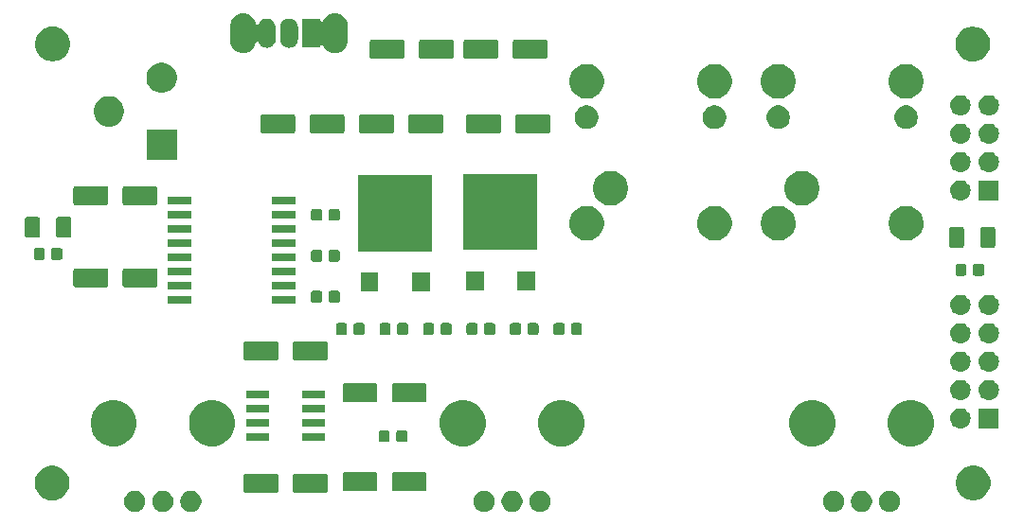
<source format=gts>
G04 #@! TF.GenerationSoftware,KiCad,Pcbnew,(5.1.4)-1*
G04 #@! TF.CreationDate,2020-06-09T23:55:30+02:00*
G04 #@! TF.ProjectId,talkbox,74616c6b-626f-4782-9e6b-696361645f70,1.0*
G04 #@! TF.SameCoordinates,Original*
G04 #@! TF.FileFunction,Soldermask,Top*
G04 #@! TF.FilePolarity,Negative*
%FSLAX46Y46*%
G04 Gerber Fmt 4.6, Leading zero omitted, Abs format (unit mm)*
G04 Created by KiCad (PCBNEW (5.1.4)-1) date 2020-06-09 23:55:30*
%MOMM*%
%LPD*%
G04 APERTURE LIST*
%ADD10C,0.100000*%
G04 APERTURE END LIST*
D10*
G36*
X97116795Y-117360546D02*
G01*
X97289866Y-117432234D01*
X97343666Y-117468182D01*
X97445627Y-117536310D01*
X97578090Y-117668773D01*
X97578091Y-117668775D01*
X97682166Y-117824534D01*
X97753854Y-117997605D01*
X97790400Y-118181333D01*
X97790400Y-118368667D01*
X97753854Y-118552395D01*
X97682166Y-118725466D01*
X97682165Y-118725467D01*
X97578090Y-118881227D01*
X97445627Y-119013690D01*
X97367218Y-119066081D01*
X97289866Y-119117766D01*
X97116795Y-119189454D01*
X96933067Y-119226000D01*
X96745733Y-119226000D01*
X96562005Y-119189454D01*
X96388934Y-119117766D01*
X96311582Y-119066081D01*
X96233173Y-119013690D01*
X96100710Y-118881227D01*
X95996635Y-118725467D01*
X95996634Y-118725466D01*
X95924946Y-118552395D01*
X95888400Y-118368667D01*
X95888400Y-118181333D01*
X95924946Y-117997605D01*
X95996634Y-117824534D01*
X96100709Y-117668775D01*
X96100710Y-117668773D01*
X96233173Y-117536310D01*
X96335134Y-117468182D01*
X96388934Y-117432234D01*
X96562005Y-117360546D01*
X96745733Y-117324000D01*
X96933067Y-117324000D01*
X97116795Y-117360546D01*
X97116795Y-117360546D01*
G37*
G36*
X159562395Y-117360546D02*
G01*
X159735466Y-117432234D01*
X159789266Y-117468182D01*
X159891227Y-117536310D01*
X160023690Y-117668773D01*
X160023691Y-117668775D01*
X160127766Y-117824534D01*
X160199454Y-117997605D01*
X160236000Y-118181333D01*
X160236000Y-118368667D01*
X160199454Y-118552395D01*
X160127766Y-118725466D01*
X160127765Y-118725467D01*
X160023690Y-118881227D01*
X159891227Y-119013690D01*
X159812818Y-119066081D01*
X159735466Y-119117766D01*
X159562395Y-119189454D01*
X159378667Y-119226000D01*
X159191333Y-119226000D01*
X159007605Y-119189454D01*
X158834534Y-119117766D01*
X158757182Y-119066081D01*
X158678773Y-119013690D01*
X158546310Y-118881227D01*
X158442235Y-118725467D01*
X158442234Y-118725466D01*
X158370546Y-118552395D01*
X158334000Y-118368667D01*
X158334000Y-118181333D01*
X158370546Y-117997605D01*
X158442234Y-117824534D01*
X158546309Y-117668775D01*
X158546310Y-117668773D01*
X158678773Y-117536310D01*
X158780734Y-117468182D01*
X158834534Y-117432234D01*
X159007605Y-117360546D01*
X159191333Y-117324000D01*
X159378667Y-117324000D01*
X159562395Y-117360546D01*
X159562395Y-117360546D01*
G37*
G36*
X99616795Y-117360546D02*
G01*
X99789866Y-117432234D01*
X99843666Y-117468182D01*
X99945627Y-117536310D01*
X100078090Y-117668773D01*
X100078091Y-117668775D01*
X100182166Y-117824534D01*
X100253854Y-117997605D01*
X100290400Y-118181333D01*
X100290400Y-118368667D01*
X100253854Y-118552395D01*
X100182166Y-118725466D01*
X100182165Y-118725467D01*
X100078090Y-118881227D01*
X99945627Y-119013690D01*
X99867218Y-119066081D01*
X99789866Y-119117766D01*
X99616795Y-119189454D01*
X99433067Y-119226000D01*
X99245733Y-119226000D01*
X99062005Y-119189454D01*
X98888934Y-119117766D01*
X98811582Y-119066081D01*
X98733173Y-119013690D01*
X98600710Y-118881227D01*
X98496635Y-118725467D01*
X98496634Y-118725466D01*
X98424946Y-118552395D01*
X98388400Y-118368667D01*
X98388400Y-118181333D01*
X98424946Y-117997605D01*
X98496634Y-117824534D01*
X98600709Y-117668775D01*
X98600710Y-117668773D01*
X98733173Y-117536310D01*
X98835134Y-117468182D01*
X98888934Y-117432234D01*
X99062005Y-117360546D01*
X99245733Y-117324000D01*
X99433067Y-117324000D01*
X99616795Y-117360546D01*
X99616795Y-117360546D01*
G37*
G36*
X157062395Y-117360546D02*
G01*
X157235466Y-117432234D01*
X157289266Y-117468182D01*
X157391227Y-117536310D01*
X157523690Y-117668773D01*
X157523691Y-117668775D01*
X157627766Y-117824534D01*
X157699454Y-117997605D01*
X157736000Y-118181333D01*
X157736000Y-118368667D01*
X157699454Y-118552395D01*
X157627766Y-118725466D01*
X157627765Y-118725467D01*
X157523690Y-118881227D01*
X157391227Y-119013690D01*
X157312818Y-119066081D01*
X157235466Y-119117766D01*
X157062395Y-119189454D01*
X156878667Y-119226000D01*
X156691333Y-119226000D01*
X156507605Y-119189454D01*
X156334534Y-119117766D01*
X156257182Y-119066081D01*
X156178773Y-119013690D01*
X156046310Y-118881227D01*
X155942235Y-118725467D01*
X155942234Y-118725466D01*
X155870546Y-118552395D01*
X155834000Y-118368667D01*
X155834000Y-118181333D01*
X155870546Y-117997605D01*
X155942234Y-117824534D01*
X156046309Y-117668775D01*
X156046310Y-117668773D01*
X156178773Y-117536310D01*
X156280734Y-117468182D01*
X156334534Y-117432234D01*
X156507605Y-117360546D01*
X156691333Y-117324000D01*
X156878667Y-117324000D01*
X157062395Y-117360546D01*
X157062395Y-117360546D01*
G37*
G36*
X162062395Y-117360546D02*
G01*
X162235466Y-117432234D01*
X162289266Y-117468182D01*
X162391227Y-117536310D01*
X162523690Y-117668773D01*
X162523691Y-117668775D01*
X162627766Y-117824534D01*
X162699454Y-117997605D01*
X162736000Y-118181333D01*
X162736000Y-118368667D01*
X162699454Y-118552395D01*
X162627766Y-118725466D01*
X162627765Y-118725467D01*
X162523690Y-118881227D01*
X162391227Y-119013690D01*
X162312818Y-119066081D01*
X162235466Y-119117766D01*
X162062395Y-119189454D01*
X161878667Y-119226000D01*
X161691333Y-119226000D01*
X161507605Y-119189454D01*
X161334534Y-119117766D01*
X161257182Y-119066081D01*
X161178773Y-119013690D01*
X161046310Y-118881227D01*
X160942235Y-118725467D01*
X160942234Y-118725466D01*
X160870546Y-118552395D01*
X160834000Y-118368667D01*
X160834000Y-118181333D01*
X160870546Y-117997605D01*
X160942234Y-117824534D01*
X161046309Y-117668775D01*
X161046310Y-117668773D01*
X161178773Y-117536310D01*
X161280734Y-117468182D01*
X161334534Y-117432234D01*
X161507605Y-117360546D01*
X161691333Y-117324000D01*
X161878667Y-117324000D01*
X162062395Y-117360546D01*
X162062395Y-117360546D01*
G37*
G36*
X128339395Y-117360546D02*
G01*
X128512466Y-117432234D01*
X128566266Y-117468182D01*
X128668227Y-117536310D01*
X128800690Y-117668773D01*
X128800691Y-117668775D01*
X128904766Y-117824534D01*
X128976454Y-117997605D01*
X129013000Y-118181333D01*
X129013000Y-118368667D01*
X128976454Y-118552395D01*
X128904766Y-118725466D01*
X128904765Y-118725467D01*
X128800690Y-118881227D01*
X128668227Y-119013690D01*
X128589818Y-119066081D01*
X128512466Y-119117766D01*
X128339395Y-119189454D01*
X128155667Y-119226000D01*
X127968333Y-119226000D01*
X127784605Y-119189454D01*
X127611534Y-119117766D01*
X127534182Y-119066081D01*
X127455773Y-119013690D01*
X127323310Y-118881227D01*
X127219235Y-118725467D01*
X127219234Y-118725466D01*
X127147546Y-118552395D01*
X127111000Y-118368667D01*
X127111000Y-118181333D01*
X127147546Y-117997605D01*
X127219234Y-117824534D01*
X127323309Y-117668775D01*
X127323310Y-117668773D01*
X127455773Y-117536310D01*
X127557734Y-117468182D01*
X127611534Y-117432234D01*
X127784605Y-117360546D01*
X127968333Y-117324000D01*
X128155667Y-117324000D01*
X128339395Y-117360546D01*
X128339395Y-117360546D01*
G37*
G36*
X125839395Y-117360546D02*
G01*
X126012466Y-117432234D01*
X126066266Y-117468182D01*
X126168227Y-117536310D01*
X126300690Y-117668773D01*
X126300691Y-117668775D01*
X126404766Y-117824534D01*
X126476454Y-117997605D01*
X126513000Y-118181333D01*
X126513000Y-118368667D01*
X126476454Y-118552395D01*
X126404766Y-118725466D01*
X126404765Y-118725467D01*
X126300690Y-118881227D01*
X126168227Y-119013690D01*
X126089818Y-119066081D01*
X126012466Y-119117766D01*
X125839395Y-119189454D01*
X125655667Y-119226000D01*
X125468333Y-119226000D01*
X125284605Y-119189454D01*
X125111534Y-119117766D01*
X125034182Y-119066081D01*
X124955773Y-119013690D01*
X124823310Y-118881227D01*
X124719235Y-118725467D01*
X124719234Y-118725466D01*
X124647546Y-118552395D01*
X124611000Y-118368667D01*
X124611000Y-118181333D01*
X124647546Y-117997605D01*
X124719234Y-117824534D01*
X124823309Y-117668775D01*
X124823310Y-117668773D01*
X124955773Y-117536310D01*
X125057734Y-117468182D01*
X125111534Y-117432234D01*
X125284605Y-117360546D01*
X125468333Y-117324000D01*
X125655667Y-117324000D01*
X125839395Y-117360546D01*
X125839395Y-117360546D01*
G37*
G36*
X94616795Y-117360546D02*
G01*
X94789866Y-117432234D01*
X94843666Y-117468182D01*
X94945627Y-117536310D01*
X95078090Y-117668773D01*
X95078091Y-117668775D01*
X95182166Y-117824534D01*
X95253854Y-117997605D01*
X95290400Y-118181333D01*
X95290400Y-118368667D01*
X95253854Y-118552395D01*
X95182166Y-118725466D01*
X95182165Y-118725467D01*
X95078090Y-118881227D01*
X94945627Y-119013690D01*
X94867218Y-119066081D01*
X94789866Y-119117766D01*
X94616795Y-119189454D01*
X94433067Y-119226000D01*
X94245733Y-119226000D01*
X94062005Y-119189454D01*
X93888934Y-119117766D01*
X93811582Y-119066081D01*
X93733173Y-119013690D01*
X93600710Y-118881227D01*
X93496635Y-118725467D01*
X93496634Y-118725466D01*
X93424946Y-118552395D01*
X93388400Y-118368667D01*
X93388400Y-118181333D01*
X93424946Y-117997605D01*
X93496634Y-117824534D01*
X93600709Y-117668775D01*
X93600710Y-117668773D01*
X93733173Y-117536310D01*
X93835134Y-117468182D01*
X93888934Y-117432234D01*
X94062005Y-117360546D01*
X94245733Y-117324000D01*
X94433067Y-117324000D01*
X94616795Y-117360546D01*
X94616795Y-117360546D01*
G37*
G36*
X130839395Y-117360546D02*
G01*
X131012466Y-117432234D01*
X131066266Y-117468182D01*
X131168227Y-117536310D01*
X131300690Y-117668773D01*
X131300691Y-117668775D01*
X131404766Y-117824534D01*
X131476454Y-117997605D01*
X131513000Y-118181333D01*
X131513000Y-118368667D01*
X131476454Y-118552395D01*
X131404766Y-118725466D01*
X131404765Y-118725467D01*
X131300690Y-118881227D01*
X131168227Y-119013690D01*
X131089818Y-119066081D01*
X131012466Y-119117766D01*
X130839395Y-119189454D01*
X130655667Y-119226000D01*
X130468333Y-119226000D01*
X130284605Y-119189454D01*
X130111534Y-119117766D01*
X130034182Y-119066081D01*
X129955773Y-119013690D01*
X129823310Y-118881227D01*
X129719235Y-118725467D01*
X129719234Y-118725466D01*
X129647546Y-118552395D01*
X129611000Y-118368667D01*
X129611000Y-118181333D01*
X129647546Y-117997605D01*
X129719234Y-117824534D01*
X129823309Y-117668775D01*
X129823310Y-117668773D01*
X129955773Y-117536310D01*
X130057734Y-117468182D01*
X130111534Y-117432234D01*
X130284605Y-117360546D01*
X130468333Y-117324000D01*
X130655667Y-117324000D01*
X130839395Y-117360546D01*
X130839395Y-117360546D01*
G37*
G36*
X87259485Y-115128802D02*
G01*
X87409310Y-115158604D01*
X87691574Y-115275521D01*
X87945605Y-115445259D01*
X88161641Y-115661295D01*
X88331379Y-115915326D01*
X88448296Y-116197590D01*
X88507900Y-116497240D01*
X88507900Y-116802760D01*
X88448296Y-117102410D01*
X88331379Y-117384674D01*
X88161641Y-117638705D01*
X87945605Y-117854741D01*
X87691574Y-118024479D01*
X87409310Y-118141396D01*
X87259485Y-118171198D01*
X87109661Y-118201000D01*
X86804139Y-118201000D01*
X86654315Y-118171198D01*
X86504490Y-118141396D01*
X86222226Y-118024479D01*
X85968195Y-117854741D01*
X85752159Y-117638705D01*
X85582421Y-117384674D01*
X85465504Y-117102410D01*
X85405900Y-116802760D01*
X85405900Y-116497240D01*
X85465504Y-116197590D01*
X85582421Y-115915326D01*
X85752159Y-115661295D01*
X85968195Y-115445259D01*
X86222226Y-115275521D01*
X86504490Y-115158604D01*
X86654315Y-115128802D01*
X86804139Y-115099000D01*
X87109661Y-115099000D01*
X87259485Y-115128802D01*
X87259485Y-115128802D01*
G37*
G36*
X169484116Y-115099000D02*
G01*
X169718410Y-115145604D01*
X170000674Y-115262521D01*
X170254705Y-115432259D01*
X170470741Y-115648295D01*
X170640479Y-115902326D01*
X170757396Y-116184590D01*
X170817000Y-116484240D01*
X170817000Y-116789760D01*
X170757396Y-117089410D01*
X170640479Y-117371674D01*
X170470741Y-117625705D01*
X170254705Y-117841741D01*
X170000674Y-118011479D01*
X169718410Y-118128396D01*
X169653054Y-118141396D01*
X169418761Y-118188000D01*
X169113239Y-118188000D01*
X168878946Y-118141396D01*
X168813590Y-118128396D01*
X168531326Y-118011479D01*
X168277295Y-117841741D01*
X168061259Y-117625705D01*
X167891521Y-117371674D01*
X167774604Y-117089410D01*
X167715000Y-116789760D01*
X167715000Y-116484240D01*
X167774604Y-116184590D01*
X167891521Y-115902326D01*
X168061259Y-115648295D01*
X168277295Y-115432259D01*
X168531326Y-115262521D01*
X168813590Y-115145604D01*
X169047884Y-115099000D01*
X169113239Y-115086000D01*
X169418761Y-115086000D01*
X169484116Y-115099000D01*
X169484116Y-115099000D01*
G37*
G36*
X107028997Y-115815051D02*
G01*
X107062652Y-115825261D01*
X107093665Y-115841838D01*
X107120851Y-115864149D01*
X107143162Y-115891335D01*
X107159739Y-115922348D01*
X107169949Y-115956003D01*
X107174000Y-115997138D01*
X107174000Y-117326862D01*
X107169949Y-117367997D01*
X107159739Y-117401652D01*
X107143162Y-117432665D01*
X107120851Y-117459851D01*
X107093665Y-117482162D01*
X107062652Y-117498739D01*
X107028997Y-117508949D01*
X106987862Y-117513000D01*
X104258138Y-117513000D01*
X104217003Y-117508949D01*
X104183348Y-117498739D01*
X104152335Y-117482162D01*
X104125149Y-117459851D01*
X104102838Y-117432665D01*
X104086261Y-117401652D01*
X104076051Y-117367997D01*
X104072000Y-117326862D01*
X104072000Y-115997138D01*
X104076051Y-115956003D01*
X104086261Y-115922348D01*
X104102838Y-115891335D01*
X104125149Y-115864149D01*
X104152335Y-115841838D01*
X104183348Y-115825261D01*
X104217003Y-115815051D01*
X104258138Y-115811000D01*
X106987862Y-115811000D01*
X107028997Y-115815051D01*
X107028997Y-115815051D01*
G37*
G36*
X111428997Y-115815051D02*
G01*
X111462652Y-115825261D01*
X111493665Y-115841838D01*
X111520851Y-115864149D01*
X111543162Y-115891335D01*
X111559739Y-115922348D01*
X111569949Y-115956003D01*
X111574000Y-115997138D01*
X111574000Y-117326862D01*
X111569949Y-117367997D01*
X111559739Y-117401652D01*
X111543162Y-117432665D01*
X111520851Y-117459851D01*
X111493665Y-117482162D01*
X111462652Y-117498739D01*
X111428997Y-117508949D01*
X111387862Y-117513000D01*
X108658138Y-117513000D01*
X108617003Y-117508949D01*
X108583348Y-117498739D01*
X108552335Y-117482162D01*
X108525149Y-117459851D01*
X108502838Y-117432665D01*
X108486261Y-117401652D01*
X108476051Y-117367997D01*
X108472000Y-117326862D01*
X108472000Y-115997138D01*
X108476051Y-115956003D01*
X108486261Y-115922348D01*
X108502838Y-115891335D01*
X108525149Y-115864149D01*
X108552335Y-115841838D01*
X108583348Y-115825261D01*
X108617003Y-115815051D01*
X108658138Y-115811000D01*
X111387862Y-115811000D01*
X111428997Y-115815051D01*
X111428997Y-115815051D01*
G37*
G36*
X115867997Y-115650051D02*
G01*
X115901652Y-115660261D01*
X115932665Y-115676838D01*
X115959851Y-115699149D01*
X115982162Y-115726335D01*
X115998739Y-115757348D01*
X116008949Y-115791003D01*
X116013000Y-115832138D01*
X116013000Y-117161862D01*
X116008949Y-117202997D01*
X115998739Y-117236652D01*
X115982162Y-117267665D01*
X115959851Y-117294851D01*
X115932665Y-117317162D01*
X115901652Y-117333739D01*
X115867997Y-117343949D01*
X115826862Y-117348000D01*
X113097138Y-117348000D01*
X113056003Y-117343949D01*
X113022348Y-117333739D01*
X112991335Y-117317162D01*
X112964149Y-117294851D01*
X112941838Y-117267665D01*
X112925261Y-117236652D01*
X112915051Y-117202997D01*
X112911000Y-117161862D01*
X112911000Y-115832138D01*
X112915051Y-115791003D01*
X112925261Y-115757348D01*
X112941838Y-115726335D01*
X112964149Y-115699149D01*
X112991335Y-115676838D01*
X113022348Y-115660261D01*
X113056003Y-115650051D01*
X113097138Y-115646000D01*
X115826862Y-115646000D01*
X115867997Y-115650051D01*
X115867997Y-115650051D01*
G37*
G36*
X120267997Y-115650051D02*
G01*
X120301652Y-115660261D01*
X120332665Y-115676838D01*
X120359851Y-115699149D01*
X120382162Y-115726335D01*
X120398739Y-115757348D01*
X120408949Y-115791003D01*
X120413000Y-115832138D01*
X120413000Y-117161862D01*
X120408949Y-117202997D01*
X120398739Y-117236652D01*
X120382162Y-117267665D01*
X120359851Y-117294851D01*
X120332665Y-117317162D01*
X120301652Y-117333739D01*
X120267997Y-117343949D01*
X120226862Y-117348000D01*
X117497138Y-117348000D01*
X117456003Y-117343949D01*
X117422348Y-117333739D01*
X117391335Y-117317162D01*
X117364149Y-117294851D01*
X117341838Y-117267665D01*
X117325261Y-117236652D01*
X117315051Y-117202997D01*
X117311000Y-117161862D01*
X117311000Y-115832138D01*
X117315051Y-115791003D01*
X117325261Y-115757348D01*
X117341838Y-115726335D01*
X117364149Y-115699149D01*
X117391335Y-115676838D01*
X117422348Y-115660261D01*
X117456003Y-115650051D01*
X117497138Y-115646000D01*
X120226862Y-115646000D01*
X120267997Y-115650051D01*
X120267997Y-115650051D01*
G37*
G36*
X124260254Y-109302818D02*
G01*
X124633511Y-109457426D01*
X124633513Y-109457427D01*
X124969436Y-109681884D01*
X125255116Y-109967564D01*
X125468207Y-110286476D01*
X125479574Y-110303489D01*
X125634182Y-110676746D01*
X125713000Y-111072993D01*
X125713000Y-111477007D01*
X125634182Y-111873254D01*
X125487245Y-112227991D01*
X125479573Y-112246513D01*
X125255116Y-112582436D01*
X124969436Y-112868116D01*
X124633513Y-113092573D01*
X124633512Y-113092574D01*
X124633511Y-113092574D01*
X124260254Y-113247182D01*
X123864007Y-113326000D01*
X123459993Y-113326000D01*
X123063746Y-113247182D01*
X122690489Y-113092574D01*
X122690488Y-113092574D01*
X122690487Y-113092573D01*
X122354564Y-112868116D01*
X122068884Y-112582436D01*
X121844427Y-112246513D01*
X121836755Y-112227991D01*
X121689818Y-111873254D01*
X121611000Y-111477007D01*
X121611000Y-111072993D01*
X121689818Y-110676746D01*
X121844426Y-110303489D01*
X121855794Y-110286476D01*
X122068884Y-109967564D01*
X122354564Y-109681884D01*
X122690487Y-109457427D01*
X122690489Y-109457426D01*
X123063746Y-109302818D01*
X123459993Y-109224000D01*
X123864007Y-109224000D01*
X124260254Y-109302818D01*
X124260254Y-109302818D01*
G37*
G36*
X101837654Y-109302818D02*
G01*
X102210911Y-109457426D01*
X102210913Y-109457427D01*
X102546836Y-109681884D01*
X102832516Y-109967564D01*
X103045607Y-110286476D01*
X103056974Y-110303489D01*
X103211582Y-110676746D01*
X103290400Y-111072993D01*
X103290400Y-111477007D01*
X103211582Y-111873254D01*
X103064645Y-112227991D01*
X103056973Y-112246513D01*
X102832516Y-112582436D01*
X102546836Y-112868116D01*
X102210913Y-113092573D01*
X102210912Y-113092574D01*
X102210911Y-113092574D01*
X101837654Y-113247182D01*
X101441407Y-113326000D01*
X101037393Y-113326000D01*
X100641146Y-113247182D01*
X100267889Y-113092574D01*
X100267888Y-113092574D01*
X100267887Y-113092573D01*
X99931964Y-112868116D01*
X99646284Y-112582436D01*
X99421827Y-112246513D01*
X99414155Y-112227991D01*
X99267218Y-111873254D01*
X99188400Y-111477007D01*
X99188400Y-111072993D01*
X99267218Y-110676746D01*
X99421826Y-110303489D01*
X99433194Y-110286476D01*
X99646284Y-109967564D01*
X99931964Y-109681884D01*
X100267887Y-109457427D01*
X100267889Y-109457426D01*
X100641146Y-109302818D01*
X101037393Y-109224000D01*
X101441407Y-109224000D01*
X101837654Y-109302818D01*
X101837654Y-109302818D01*
G37*
G36*
X93037654Y-109302818D02*
G01*
X93410911Y-109457426D01*
X93410913Y-109457427D01*
X93746836Y-109681884D01*
X94032516Y-109967564D01*
X94245607Y-110286476D01*
X94256974Y-110303489D01*
X94411582Y-110676746D01*
X94490400Y-111072993D01*
X94490400Y-111477007D01*
X94411582Y-111873254D01*
X94264645Y-112227991D01*
X94256973Y-112246513D01*
X94032516Y-112582436D01*
X93746836Y-112868116D01*
X93410913Y-113092573D01*
X93410912Y-113092574D01*
X93410911Y-113092574D01*
X93037654Y-113247182D01*
X92641407Y-113326000D01*
X92237393Y-113326000D01*
X91841146Y-113247182D01*
X91467889Y-113092574D01*
X91467888Y-113092574D01*
X91467887Y-113092573D01*
X91131964Y-112868116D01*
X90846284Y-112582436D01*
X90621827Y-112246513D01*
X90614155Y-112227991D01*
X90467218Y-111873254D01*
X90388400Y-111477007D01*
X90388400Y-111072993D01*
X90467218Y-110676746D01*
X90621826Y-110303489D01*
X90633194Y-110286476D01*
X90846284Y-109967564D01*
X91131964Y-109681884D01*
X91467887Y-109457427D01*
X91467889Y-109457426D01*
X91841146Y-109302818D01*
X92237393Y-109224000D01*
X92641407Y-109224000D01*
X93037654Y-109302818D01*
X93037654Y-109302818D01*
G37*
G36*
X133060254Y-109302818D02*
G01*
X133433511Y-109457426D01*
X133433513Y-109457427D01*
X133769436Y-109681884D01*
X134055116Y-109967564D01*
X134268207Y-110286476D01*
X134279574Y-110303489D01*
X134434182Y-110676746D01*
X134513000Y-111072993D01*
X134513000Y-111477007D01*
X134434182Y-111873254D01*
X134287245Y-112227991D01*
X134279573Y-112246513D01*
X134055116Y-112582436D01*
X133769436Y-112868116D01*
X133433513Y-113092573D01*
X133433512Y-113092574D01*
X133433511Y-113092574D01*
X133060254Y-113247182D01*
X132664007Y-113326000D01*
X132259993Y-113326000D01*
X131863746Y-113247182D01*
X131490489Y-113092574D01*
X131490488Y-113092574D01*
X131490487Y-113092573D01*
X131154564Y-112868116D01*
X130868884Y-112582436D01*
X130644427Y-112246513D01*
X130636755Y-112227991D01*
X130489818Y-111873254D01*
X130411000Y-111477007D01*
X130411000Y-111072993D01*
X130489818Y-110676746D01*
X130644426Y-110303489D01*
X130655794Y-110286476D01*
X130868884Y-109967564D01*
X131154564Y-109681884D01*
X131490487Y-109457427D01*
X131490489Y-109457426D01*
X131863746Y-109302818D01*
X132259993Y-109224000D01*
X132664007Y-109224000D01*
X133060254Y-109302818D01*
X133060254Y-109302818D01*
G37*
G36*
X155483254Y-109302818D02*
G01*
X155856511Y-109457426D01*
X155856513Y-109457427D01*
X156192436Y-109681884D01*
X156478116Y-109967564D01*
X156691207Y-110286476D01*
X156702574Y-110303489D01*
X156857182Y-110676746D01*
X156936000Y-111072993D01*
X156936000Y-111477007D01*
X156857182Y-111873254D01*
X156710245Y-112227991D01*
X156702573Y-112246513D01*
X156478116Y-112582436D01*
X156192436Y-112868116D01*
X155856513Y-113092573D01*
X155856512Y-113092574D01*
X155856511Y-113092574D01*
X155483254Y-113247182D01*
X155087007Y-113326000D01*
X154682993Y-113326000D01*
X154286746Y-113247182D01*
X153913489Y-113092574D01*
X153913488Y-113092574D01*
X153913487Y-113092573D01*
X153577564Y-112868116D01*
X153291884Y-112582436D01*
X153067427Y-112246513D01*
X153059755Y-112227991D01*
X152912818Y-111873254D01*
X152834000Y-111477007D01*
X152834000Y-111072993D01*
X152912818Y-110676746D01*
X153067426Y-110303489D01*
X153078794Y-110286476D01*
X153291884Y-109967564D01*
X153577564Y-109681884D01*
X153913487Y-109457427D01*
X153913489Y-109457426D01*
X154286746Y-109302818D01*
X154682993Y-109224000D01*
X155087007Y-109224000D01*
X155483254Y-109302818D01*
X155483254Y-109302818D01*
G37*
G36*
X164283254Y-109302818D02*
G01*
X164656511Y-109457426D01*
X164656513Y-109457427D01*
X164992436Y-109681884D01*
X165278116Y-109967564D01*
X165491207Y-110286476D01*
X165502574Y-110303489D01*
X165657182Y-110676746D01*
X165736000Y-111072993D01*
X165736000Y-111477007D01*
X165657182Y-111873254D01*
X165510245Y-112227991D01*
X165502573Y-112246513D01*
X165278116Y-112582436D01*
X164992436Y-112868116D01*
X164656513Y-113092573D01*
X164656512Y-113092574D01*
X164656511Y-113092574D01*
X164283254Y-113247182D01*
X163887007Y-113326000D01*
X163482993Y-113326000D01*
X163086746Y-113247182D01*
X162713489Y-113092574D01*
X162713488Y-113092574D01*
X162713487Y-113092573D01*
X162377564Y-112868116D01*
X162091884Y-112582436D01*
X161867427Y-112246513D01*
X161859755Y-112227991D01*
X161712818Y-111873254D01*
X161634000Y-111477007D01*
X161634000Y-111072993D01*
X161712818Y-110676746D01*
X161867426Y-110303489D01*
X161878794Y-110286476D01*
X162091884Y-109967564D01*
X162377564Y-109681884D01*
X162713487Y-109457427D01*
X162713489Y-109457426D01*
X163086746Y-109302818D01*
X163482993Y-109224000D01*
X163887007Y-109224000D01*
X164283254Y-109302818D01*
X164283254Y-109302818D01*
G37*
G36*
X118553591Y-111936085D02*
G01*
X118587569Y-111946393D01*
X118618890Y-111963134D01*
X118646339Y-111985661D01*
X118668866Y-112013110D01*
X118685607Y-112044431D01*
X118695915Y-112078409D01*
X118700000Y-112119890D01*
X118700000Y-112796110D01*
X118695915Y-112837591D01*
X118685607Y-112871569D01*
X118668866Y-112902890D01*
X118646339Y-112930339D01*
X118618890Y-112952866D01*
X118587569Y-112969607D01*
X118553591Y-112979915D01*
X118512110Y-112984000D01*
X117910890Y-112984000D01*
X117869409Y-112979915D01*
X117835431Y-112969607D01*
X117804110Y-112952866D01*
X117776661Y-112930339D01*
X117754134Y-112902890D01*
X117737393Y-112871569D01*
X117727085Y-112837591D01*
X117723000Y-112796110D01*
X117723000Y-112119890D01*
X117727085Y-112078409D01*
X117737393Y-112044431D01*
X117754134Y-112013110D01*
X117776661Y-111985661D01*
X117804110Y-111963134D01*
X117835431Y-111946393D01*
X117869409Y-111936085D01*
X117910890Y-111932000D01*
X118512110Y-111932000D01*
X118553591Y-111936085D01*
X118553591Y-111936085D01*
G37*
G36*
X116978591Y-111936085D02*
G01*
X117012569Y-111946393D01*
X117043890Y-111963134D01*
X117071339Y-111985661D01*
X117093866Y-112013110D01*
X117110607Y-112044431D01*
X117120915Y-112078409D01*
X117125000Y-112119890D01*
X117125000Y-112796110D01*
X117120915Y-112837591D01*
X117110607Y-112871569D01*
X117093866Y-112902890D01*
X117071339Y-112930339D01*
X117043890Y-112952866D01*
X117012569Y-112969607D01*
X116978591Y-112979915D01*
X116937110Y-112984000D01*
X116335890Y-112984000D01*
X116294409Y-112979915D01*
X116260431Y-112969607D01*
X116229110Y-112952866D01*
X116201661Y-112930339D01*
X116179134Y-112902890D01*
X116162393Y-112871569D01*
X116152085Y-112837591D01*
X116148000Y-112796110D01*
X116148000Y-112119890D01*
X116152085Y-112078409D01*
X116162393Y-112044431D01*
X116179134Y-112013110D01*
X116201661Y-111985661D01*
X116229110Y-111963134D01*
X116260431Y-111946393D01*
X116294409Y-111936085D01*
X116335890Y-111932000D01*
X116937110Y-111932000D01*
X116978591Y-111936085D01*
X116978591Y-111936085D01*
G37*
G36*
X111232928Y-112160764D02*
G01*
X111254009Y-112167160D01*
X111273445Y-112177548D01*
X111290476Y-112191524D01*
X111304452Y-112208555D01*
X111314840Y-112227991D01*
X111321236Y-112249072D01*
X111324000Y-112277140D01*
X111324000Y-112740860D01*
X111321236Y-112768928D01*
X111314840Y-112790009D01*
X111304452Y-112809445D01*
X111290476Y-112826476D01*
X111273445Y-112840452D01*
X111254009Y-112850840D01*
X111232928Y-112857236D01*
X111204860Y-112860000D01*
X109391140Y-112860000D01*
X109363072Y-112857236D01*
X109341991Y-112850840D01*
X109322555Y-112840452D01*
X109305524Y-112826476D01*
X109291548Y-112809445D01*
X109281160Y-112790009D01*
X109274764Y-112768928D01*
X109272000Y-112740860D01*
X109272000Y-112277140D01*
X109274764Y-112249072D01*
X109281160Y-112227991D01*
X109291548Y-112208555D01*
X109305524Y-112191524D01*
X109322555Y-112177548D01*
X109341991Y-112167160D01*
X109363072Y-112160764D01*
X109391140Y-112158000D01*
X111204860Y-112158000D01*
X111232928Y-112160764D01*
X111232928Y-112160764D01*
G37*
G36*
X106282928Y-112160764D02*
G01*
X106304009Y-112167160D01*
X106323445Y-112177548D01*
X106340476Y-112191524D01*
X106354452Y-112208555D01*
X106364840Y-112227991D01*
X106371236Y-112249072D01*
X106374000Y-112277140D01*
X106374000Y-112740860D01*
X106371236Y-112768928D01*
X106364840Y-112790009D01*
X106354452Y-112809445D01*
X106340476Y-112826476D01*
X106323445Y-112840452D01*
X106304009Y-112850840D01*
X106282928Y-112857236D01*
X106254860Y-112860000D01*
X104441140Y-112860000D01*
X104413072Y-112857236D01*
X104391991Y-112850840D01*
X104372555Y-112840452D01*
X104355524Y-112826476D01*
X104341548Y-112809445D01*
X104331160Y-112790009D01*
X104324764Y-112768928D01*
X104322000Y-112740860D01*
X104322000Y-112277140D01*
X104324764Y-112249072D01*
X104331160Y-112227991D01*
X104341548Y-112208555D01*
X104355524Y-112191524D01*
X104372555Y-112177548D01*
X104391991Y-112167160D01*
X104413072Y-112160764D01*
X104441140Y-112158000D01*
X106254860Y-112158000D01*
X106282928Y-112160764D01*
X106282928Y-112160764D01*
G37*
G36*
X168245442Y-109951518D02*
G01*
X168311627Y-109958037D01*
X168481466Y-110009557D01*
X168637991Y-110093222D01*
X168673729Y-110122552D01*
X168775186Y-110205814D01*
X168852852Y-110300452D01*
X168887778Y-110343009D01*
X168971443Y-110499534D01*
X169022963Y-110669373D01*
X169040359Y-110846000D01*
X169022963Y-111022627D01*
X168971443Y-111192466D01*
X168887778Y-111348991D01*
X168858448Y-111384729D01*
X168775186Y-111486186D01*
X168673729Y-111569448D01*
X168637991Y-111598778D01*
X168481466Y-111682443D01*
X168311627Y-111733963D01*
X168245442Y-111740482D01*
X168179260Y-111747000D01*
X168090740Y-111747000D01*
X168024558Y-111740482D01*
X167958373Y-111733963D01*
X167788534Y-111682443D01*
X167632009Y-111598778D01*
X167596271Y-111569448D01*
X167494814Y-111486186D01*
X167411552Y-111384729D01*
X167382222Y-111348991D01*
X167298557Y-111192466D01*
X167247037Y-111022627D01*
X167229641Y-110846000D01*
X167247037Y-110669373D01*
X167298557Y-110499534D01*
X167382222Y-110343009D01*
X167417148Y-110300452D01*
X167494814Y-110205814D01*
X167596271Y-110122552D01*
X167632009Y-110093222D01*
X167788534Y-110009557D01*
X167958373Y-109958037D01*
X168024558Y-109951518D01*
X168090740Y-109945000D01*
X168179260Y-109945000D01*
X168245442Y-109951518D01*
X168245442Y-109951518D01*
G37*
G36*
X171576000Y-111747000D02*
G01*
X169774000Y-111747000D01*
X169774000Y-109945000D01*
X171576000Y-109945000D01*
X171576000Y-111747000D01*
X171576000Y-111747000D01*
G37*
G36*
X111232928Y-110890764D02*
G01*
X111254009Y-110897160D01*
X111273445Y-110907548D01*
X111290476Y-110921524D01*
X111304452Y-110938555D01*
X111314840Y-110957991D01*
X111321236Y-110979072D01*
X111324000Y-111007140D01*
X111324000Y-111470860D01*
X111321236Y-111498928D01*
X111314840Y-111520009D01*
X111304452Y-111539445D01*
X111290476Y-111556476D01*
X111273445Y-111570452D01*
X111254009Y-111580840D01*
X111232928Y-111587236D01*
X111204860Y-111590000D01*
X109391140Y-111590000D01*
X109363072Y-111587236D01*
X109341991Y-111580840D01*
X109322555Y-111570452D01*
X109305524Y-111556476D01*
X109291548Y-111539445D01*
X109281160Y-111520009D01*
X109274764Y-111498928D01*
X109272000Y-111470860D01*
X109272000Y-111007140D01*
X109274764Y-110979072D01*
X109281160Y-110957991D01*
X109291548Y-110938555D01*
X109305524Y-110921524D01*
X109322555Y-110907548D01*
X109341991Y-110897160D01*
X109363072Y-110890764D01*
X109391140Y-110888000D01*
X111204860Y-110888000D01*
X111232928Y-110890764D01*
X111232928Y-110890764D01*
G37*
G36*
X106282928Y-110890764D02*
G01*
X106304009Y-110897160D01*
X106323445Y-110907548D01*
X106340476Y-110921524D01*
X106354452Y-110938555D01*
X106364840Y-110957991D01*
X106371236Y-110979072D01*
X106374000Y-111007140D01*
X106374000Y-111470860D01*
X106371236Y-111498928D01*
X106364840Y-111520009D01*
X106354452Y-111539445D01*
X106340476Y-111556476D01*
X106323445Y-111570452D01*
X106304009Y-111580840D01*
X106282928Y-111587236D01*
X106254860Y-111590000D01*
X104441140Y-111590000D01*
X104413072Y-111587236D01*
X104391991Y-111580840D01*
X104372555Y-111570452D01*
X104355524Y-111556476D01*
X104341548Y-111539445D01*
X104331160Y-111520009D01*
X104324764Y-111498928D01*
X104322000Y-111470860D01*
X104322000Y-111007140D01*
X104324764Y-110979072D01*
X104331160Y-110957991D01*
X104341548Y-110938555D01*
X104355524Y-110921524D01*
X104372555Y-110907548D01*
X104391991Y-110897160D01*
X104413072Y-110890764D01*
X104441140Y-110888000D01*
X106254860Y-110888000D01*
X106282928Y-110890764D01*
X106282928Y-110890764D01*
G37*
G36*
X106282928Y-109620764D02*
G01*
X106304009Y-109627160D01*
X106323445Y-109637548D01*
X106340476Y-109651524D01*
X106354452Y-109668555D01*
X106364840Y-109687991D01*
X106371236Y-109709072D01*
X106374000Y-109737140D01*
X106374000Y-110200860D01*
X106371236Y-110228928D01*
X106364840Y-110250009D01*
X106354452Y-110269445D01*
X106340476Y-110286476D01*
X106323445Y-110300452D01*
X106304009Y-110310840D01*
X106282928Y-110317236D01*
X106254860Y-110320000D01*
X104441140Y-110320000D01*
X104413072Y-110317236D01*
X104391991Y-110310840D01*
X104372555Y-110300452D01*
X104355524Y-110286476D01*
X104341548Y-110269445D01*
X104331160Y-110250009D01*
X104324764Y-110228928D01*
X104322000Y-110200860D01*
X104322000Y-109737140D01*
X104324764Y-109709072D01*
X104331160Y-109687991D01*
X104341548Y-109668555D01*
X104355524Y-109651524D01*
X104372555Y-109637548D01*
X104391991Y-109627160D01*
X104413072Y-109620764D01*
X104441140Y-109618000D01*
X106254860Y-109618000D01*
X106282928Y-109620764D01*
X106282928Y-109620764D01*
G37*
G36*
X111232928Y-109620764D02*
G01*
X111254009Y-109627160D01*
X111273445Y-109637548D01*
X111290476Y-109651524D01*
X111304452Y-109668555D01*
X111314840Y-109687991D01*
X111321236Y-109709072D01*
X111324000Y-109737140D01*
X111324000Y-110200860D01*
X111321236Y-110228928D01*
X111314840Y-110250009D01*
X111304452Y-110269445D01*
X111290476Y-110286476D01*
X111273445Y-110300452D01*
X111254009Y-110310840D01*
X111232928Y-110317236D01*
X111204860Y-110320000D01*
X109391140Y-110320000D01*
X109363072Y-110317236D01*
X109341991Y-110310840D01*
X109322555Y-110300452D01*
X109305524Y-110286476D01*
X109291548Y-110269445D01*
X109281160Y-110250009D01*
X109274764Y-110228928D01*
X109272000Y-110200860D01*
X109272000Y-109737140D01*
X109274764Y-109709072D01*
X109281160Y-109687991D01*
X109291548Y-109668555D01*
X109305524Y-109651524D01*
X109322555Y-109637548D01*
X109341991Y-109627160D01*
X109363072Y-109620764D01*
X109391140Y-109618000D01*
X111204860Y-109618000D01*
X111232928Y-109620764D01*
X111232928Y-109620764D01*
G37*
G36*
X115867997Y-107700051D02*
G01*
X115901652Y-107710261D01*
X115932665Y-107726838D01*
X115959851Y-107749149D01*
X115982162Y-107776335D01*
X115998739Y-107807348D01*
X116008949Y-107841003D01*
X116013000Y-107882138D01*
X116013000Y-109211862D01*
X116008949Y-109252997D01*
X115998739Y-109286652D01*
X115982162Y-109317665D01*
X115959851Y-109344851D01*
X115932665Y-109367162D01*
X115901652Y-109383739D01*
X115867997Y-109393949D01*
X115826862Y-109398000D01*
X113097138Y-109398000D01*
X113056003Y-109393949D01*
X113022348Y-109383739D01*
X112991335Y-109367162D01*
X112964149Y-109344851D01*
X112941838Y-109317665D01*
X112925261Y-109286652D01*
X112915051Y-109252997D01*
X112911000Y-109211862D01*
X112911000Y-107882138D01*
X112915051Y-107841003D01*
X112925261Y-107807348D01*
X112941838Y-107776335D01*
X112964149Y-107749149D01*
X112991335Y-107726838D01*
X113022348Y-107710261D01*
X113056003Y-107700051D01*
X113097138Y-107696000D01*
X115826862Y-107696000D01*
X115867997Y-107700051D01*
X115867997Y-107700051D01*
G37*
G36*
X120267997Y-107700051D02*
G01*
X120301652Y-107710261D01*
X120332665Y-107726838D01*
X120359851Y-107749149D01*
X120382162Y-107776335D01*
X120398739Y-107807348D01*
X120408949Y-107841003D01*
X120413000Y-107882138D01*
X120413000Y-109211862D01*
X120408949Y-109252997D01*
X120398739Y-109286652D01*
X120382162Y-109317665D01*
X120359851Y-109344851D01*
X120332665Y-109367162D01*
X120301652Y-109383739D01*
X120267997Y-109393949D01*
X120226862Y-109398000D01*
X117497138Y-109398000D01*
X117456003Y-109393949D01*
X117422348Y-109383739D01*
X117391335Y-109367162D01*
X117364149Y-109344851D01*
X117341838Y-109317665D01*
X117325261Y-109286652D01*
X117315051Y-109252997D01*
X117311000Y-109211862D01*
X117311000Y-107882138D01*
X117315051Y-107841003D01*
X117325261Y-107807348D01*
X117341838Y-107776335D01*
X117364149Y-107749149D01*
X117391335Y-107726838D01*
X117422348Y-107710261D01*
X117456003Y-107700051D01*
X117497138Y-107696000D01*
X120226862Y-107696000D01*
X120267997Y-107700051D01*
X120267997Y-107700051D01*
G37*
G36*
X170785443Y-107411519D02*
G01*
X170851627Y-107418037D01*
X171021466Y-107469557D01*
X171177991Y-107553222D01*
X171213729Y-107582552D01*
X171315186Y-107665814D01*
X171365266Y-107726838D01*
X171427778Y-107803009D01*
X171511443Y-107959534D01*
X171562963Y-108129373D01*
X171580359Y-108306000D01*
X171562963Y-108482627D01*
X171511443Y-108652466D01*
X171427778Y-108808991D01*
X171398448Y-108844729D01*
X171315186Y-108946186D01*
X171213729Y-109029448D01*
X171177991Y-109058778D01*
X171177989Y-109058779D01*
X171040886Y-109132063D01*
X171021466Y-109142443D01*
X170851627Y-109193963D01*
X170785442Y-109200482D01*
X170719260Y-109207000D01*
X170630740Y-109207000D01*
X170564558Y-109200482D01*
X170498373Y-109193963D01*
X170328534Y-109142443D01*
X170309115Y-109132063D01*
X170172011Y-109058779D01*
X170172009Y-109058778D01*
X170136271Y-109029448D01*
X170034814Y-108946186D01*
X169951552Y-108844729D01*
X169922222Y-108808991D01*
X169838557Y-108652466D01*
X169787037Y-108482627D01*
X169769641Y-108306000D01*
X169787037Y-108129373D01*
X169838557Y-107959534D01*
X169922222Y-107803009D01*
X169984734Y-107726838D01*
X170034814Y-107665814D01*
X170136271Y-107582552D01*
X170172009Y-107553222D01*
X170328534Y-107469557D01*
X170498373Y-107418037D01*
X170564557Y-107411519D01*
X170630740Y-107405000D01*
X170719260Y-107405000D01*
X170785443Y-107411519D01*
X170785443Y-107411519D01*
G37*
G36*
X168245443Y-107411519D02*
G01*
X168311627Y-107418037D01*
X168481466Y-107469557D01*
X168637991Y-107553222D01*
X168673729Y-107582552D01*
X168775186Y-107665814D01*
X168825266Y-107726838D01*
X168887778Y-107803009D01*
X168971443Y-107959534D01*
X169022963Y-108129373D01*
X169040359Y-108306000D01*
X169022963Y-108482627D01*
X168971443Y-108652466D01*
X168887778Y-108808991D01*
X168858448Y-108844729D01*
X168775186Y-108946186D01*
X168673729Y-109029448D01*
X168637991Y-109058778D01*
X168637989Y-109058779D01*
X168500886Y-109132063D01*
X168481466Y-109142443D01*
X168311627Y-109193963D01*
X168245442Y-109200482D01*
X168179260Y-109207000D01*
X168090740Y-109207000D01*
X168024558Y-109200482D01*
X167958373Y-109193963D01*
X167788534Y-109142443D01*
X167769115Y-109132063D01*
X167632011Y-109058779D01*
X167632009Y-109058778D01*
X167596271Y-109029448D01*
X167494814Y-108946186D01*
X167411552Y-108844729D01*
X167382222Y-108808991D01*
X167298557Y-108652466D01*
X167247037Y-108482627D01*
X167229641Y-108306000D01*
X167247037Y-108129373D01*
X167298557Y-107959534D01*
X167382222Y-107803009D01*
X167444734Y-107726838D01*
X167494814Y-107665814D01*
X167596271Y-107582552D01*
X167632009Y-107553222D01*
X167788534Y-107469557D01*
X167958373Y-107418037D01*
X168024557Y-107411519D01*
X168090740Y-107405000D01*
X168179260Y-107405000D01*
X168245443Y-107411519D01*
X168245443Y-107411519D01*
G37*
G36*
X106282928Y-108350764D02*
G01*
X106304009Y-108357160D01*
X106323445Y-108367548D01*
X106340476Y-108381524D01*
X106354452Y-108398555D01*
X106364840Y-108417991D01*
X106371236Y-108439072D01*
X106374000Y-108467140D01*
X106374000Y-108930860D01*
X106371236Y-108958928D01*
X106364840Y-108980009D01*
X106354452Y-108999445D01*
X106340476Y-109016476D01*
X106323445Y-109030452D01*
X106304009Y-109040840D01*
X106282928Y-109047236D01*
X106254860Y-109050000D01*
X104441140Y-109050000D01*
X104413072Y-109047236D01*
X104391991Y-109040840D01*
X104372555Y-109030452D01*
X104355524Y-109016476D01*
X104341548Y-108999445D01*
X104331160Y-108980009D01*
X104324764Y-108958928D01*
X104322000Y-108930860D01*
X104322000Y-108467140D01*
X104324764Y-108439072D01*
X104331160Y-108417991D01*
X104341548Y-108398555D01*
X104355524Y-108381524D01*
X104372555Y-108367548D01*
X104391991Y-108357160D01*
X104413072Y-108350764D01*
X104441140Y-108348000D01*
X106254860Y-108348000D01*
X106282928Y-108350764D01*
X106282928Y-108350764D01*
G37*
G36*
X111232928Y-108350764D02*
G01*
X111254009Y-108357160D01*
X111273445Y-108367548D01*
X111290476Y-108381524D01*
X111304452Y-108398555D01*
X111314840Y-108417991D01*
X111321236Y-108439072D01*
X111324000Y-108467140D01*
X111324000Y-108930860D01*
X111321236Y-108958928D01*
X111314840Y-108980009D01*
X111304452Y-108999445D01*
X111290476Y-109016476D01*
X111273445Y-109030452D01*
X111254009Y-109040840D01*
X111232928Y-109047236D01*
X111204860Y-109050000D01*
X109391140Y-109050000D01*
X109363072Y-109047236D01*
X109341991Y-109040840D01*
X109322555Y-109030452D01*
X109305524Y-109016476D01*
X109291548Y-108999445D01*
X109281160Y-108980009D01*
X109274764Y-108958928D01*
X109272000Y-108930860D01*
X109272000Y-108467140D01*
X109274764Y-108439072D01*
X109281160Y-108417991D01*
X109291548Y-108398555D01*
X109305524Y-108381524D01*
X109322555Y-108367548D01*
X109341991Y-108357160D01*
X109363072Y-108350764D01*
X109391140Y-108348000D01*
X111204860Y-108348000D01*
X111232928Y-108350764D01*
X111232928Y-108350764D01*
G37*
G36*
X170785443Y-104871519D02*
G01*
X170851627Y-104878037D01*
X171021466Y-104929557D01*
X171177991Y-105013222D01*
X171213729Y-105042552D01*
X171315186Y-105125814D01*
X171398448Y-105227271D01*
X171427778Y-105263009D01*
X171511443Y-105419534D01*
X171562963Y-105589373D01*
X171580359Y-105766000D01*
X171562963Y-105942627D01*
X171511443Y-106112466D01*
X171427778Y-106268991D01*
X171398448Y-106304729D01*
X171315186Y-106406186D01*
X171213729Y-106489448D01*
X171177991Y-106518778D01*
X171021466Y-106602443D01*
X170851627Y-106653963D01*
X170785442Y-106660482D01*
X170719260Y-106667000D01*
X170630740Y-106667000D01*
X170564558Y-106660482D01*
X170498373Y-106653963D01*
X170328534Y-106602443D01*
X170172009Y-106518778D01*
X170136271Y-106489448D01*
X170034814Y-106406186D01*
X169951552Y-106304729D01*
X169922222Y-106268991D01*
X169838557Y-106112466D01*
X169787037Y-105942627D01*
X169769641Y-105766000D01*
X169787037Y-105589373D01*
X169838557Y-105419534D01*
X169922222Y-105263009D01*
X169951552Y-105227271D01*
X170034814Y-105125814D01*
X170136271Y-105042552D01*
X170172009Y-105013222D01*
X170328534Y-104929557D01*
X170498373Y-104878037D01*
X170564557Y-104871519D01*
X170630740Y-104865000D01*
X170719260Y-104865000D01*
X170785443Y-104871519D01*
X170785443Y-104871519D01*
G37*
G36*
X168245443Y-104871519D02*
G01*
X168311627Y-104878037D01*
X168481466Y-104929557D01*
X168637991Y-105013222D01*
X168673729Y-105042552D01*
X168775186Y-105125814D01*
X168858448Y-105227271D01*
X168887778Y-105263009D01*
X168971443Y-105419534D01*
X169022963Y-105589373D01*
X169040359Y-105766000D01*
X169022963Y-105942627D01*
X168971443Y-106112466D01*
X168887778Y-106268991D01*
X168858448Y-106304729D01*
X168775186Y-106406186D01*
X168673729Y-106489448D01*
X168637991Y-106518778D01*
X168481466Y-106602443D01*
X168311627Y-106653963D01*
X168245442Y-106660482D01*
X168179260Y-106667000D01*
X168090740Y-106667000D01*
X168024558Y-106660482D01*
X167958373Y-106653963D01*
X167788534Y-106602443D01*
X167632009Y-106518778D01*
X167596271Y-106489448D01*
X167494814Y-106406186D01*
X167411552Y-106304729D01*
X167382222Y-106268991D01*
X167298557Y-106112466D01*
X167247037Y-105942627D01*
X167229641Y-105766000D01*
X167247037Y-105589373D01*
X167298557Y-105419534D01*
X167382222Y-105263009D01*
X167411552Y-105227271D01*
X167494814Y-105125814D01*
X167596271Y-105042552D01*
X167632009Y-105013222D01*
X167788534Y-104929557D01*
X167958373Y-104878037D01*
X168024557Y-104871519D01*
X168090740Y-104865000D01*
X168179260Y-104865000D01*
X168245443Y-104871519D01*
X168245443Y-104871519D01*
G37*
G36*
X107028997Y-103941051D02*
G01*
X107062652Y-103951261D01*
X107093665Y-103967838D01*
X107120851Y-103990149D01*
X107143162Y-104017335D01*
X107159739Y-104048348D01*
X107169949Y-104082003D01*
X107174000Y-104123138D01*
X107174000Y-105452862D01*
X107169949Y-105493997D01*
X107159739Y-105527652D01*
X107143162Y-105558665D01*
X107120851Y-105585851D01*
X107093665Y-105608162D01*
X107062652Y-105624739D01*
X107028997Y-105634949D01*
X106987862Y-105639000D01*
X104258138Y-105639000D01*
X104217003Y-105634949D01*
X104183348Y-105624739D01*
X104152335Y-105608162D01*
X104125149Y-105585851D01*
X104102838Y-105558665D01*
X104086261Y-105527652D01*
X104076051Y-105493997D01*
X104072000Y-105452862D01*
X104072000Y-104123138D01*
X104076051Y-104082003D01*
X104086261Y-104048348D01*
X104102838Y-104017335D01*
X104125149Y-103990149D01*
X104152335Y-103967838D01*
X104183348Y-103951261D01*
X104217003Y-103941051D01*
X104258138Y-103937000D01*
X106987862Y-103937000D01*
X107028997Y-103941051D01*
X107028997Y-103941051D01*
G37*
G36*
X111428997Y-103941051D02*
G01*
X111462652Y-103951261D01*
X111493665Y-103967838D01*
X111520851Y-103990149D01*
X111543162Y-104017335D01*
X111559739Y-104048348D01*
X111569949Y-104082003D01*
X111574000Y-104123138D01*
X111574000Y-105452862D01*
X111569949Y-105493997D01*
X111559739Y-105527652D01*
X111543162Y-105558665D01*
X111520851Y-105585851D01*
X111493665Y-105608162D01*
X111462652Y-105624739D01*
X111428997Y-105634949D01*
X111387862Y-105639000D01*
X108658138Y-105639000D01*
X108617003Y-105634949D01*
X108583348Y-105624739D01*
X108552335Y-105608162D01*
X108525149Y-105585851D01*
X108502838Y-105558665D01*
X108486261Y-105527652D01*
X108476051Y-105493997D01*
X108472000Y-105452862D01*
X108472000Y-104123138D01*
X108476051Y-104082003D01*
X108486261Y-104048348D01*
X108502838Y-104017335D01*
X108525149Y-103990149D01*
X108552335Y-103967838D01*
X108583348Y-103951261D01*
X108617003Y-103941051D01*
X108658138Y-103937000D01*
X111387862Y-103937000D01*
X111428997Y-103941051D01*
X111428997Y-103941051D01*
G37*
G36*
X170785442Y-102331518D02*
G01*
X170851627Y-102338037D01*
X171021466Y-102389557D01*
X171177991Y-102473222D01*
X171213729Y-102502552D01*
X171315186Y-102585814D01*
X171398448Y-102687271D01*
X171427778Y-102723009D01*
X171511443Y-102879534D01*
X171562963Y-103049373D01*
X171580359Y-103226000D01*
X171562963Y-103402627D01*
X171511443Y-103572466D01*
X171427778Y-103728991D01*
X171398448Y-103764729D01*
X171315186Y-103866186D01*
X171223961Y-103941051D01*
X171177991Y-103978778D01*
X171021466Y-104062443D01*
X170851627Y-104113963D01*
X170785442Y-104120482D01*
X170719260Y-104127000D01*
X170630740Y-104127000D01*
X170564557Y-104120481D01*
X170498373Y-104113963D01*
X170328534Y-104062443D01*
X170172009Y-103978778D01*
X170126039Y-103941051D01*
X170034814Y-103866186D01*
X169951552Y-103764729D01*
X169922222Y-103728991D01*
X169838557Y-103572466D01*
X169787037Y-103402627D01*
X169769641Y-103226000D01*
X169787037Y-103049373D01*
X169838557Y-102879534D01*
X169922222Y-102723009D01*
X169951552Y-102687271D01*
X170034814Y-102585814D01*
X170136271Y-102502552D01*
X170172009Y-102473222D01*
X170328534Y-102389557D01*
X170498373Y-102338037D01*
X170564558Y-102331518D01*
X170630740Y-102325000D01*
X170719260Y-102325000D01*
X170785442Y-102331518D01*
X170785442Y-102331518D01*
G37*
G36*
X168245442Y-102331518D02*
G01*
X168311627Y-102338037D01*
X168481466Y-102389557D01*
X168637991Y-102473222D01*
X168673729Y-102502552D01*
X168775186Y-102585814D01*
X168858448Y-102687271D01*
X168887778Y-102723009D01*
X168971443Y-102879534D01*
X169022963Y-103049373D01*
X169040359Y-103226000D01*
X169022963Y-103402627D01*
X168971443Y-103572466D01*
X168887778Y-103728991D01*
X168858448Y-103764729D01*
X168775186Y-103866186D01*
X168683961Y-103941051D01*
X168637991Y-103978778D01*
X168481466Y-104062443D01*
X168311627Y-104113963D01*
X168245442Y-104120482D01*
X168179260Y-104127000D01*
X168090740Y-104127000D01*
X168024557Y-104120481D01*
X167958373Y-104113963D01*
X167788534Y-104062443D01*
X167632009Y-103978778D01*
X167586039Y-103941051D01*
X167494814Y-103866186D01*
X167411552Y-103764729D01*
X167382222Y-103728991D01*
X167298557Y-103572466D01*
X167247037Y-103402627D01*
X167229641Y-103226000D01*
X167247037Y-103049373D01*
X167298557Y-102879534D01*
X167382222Y-102723009D01*
X167411552Y-102687271D01*
X167494814Y-102585814D01*
X167596271Y-102502552D01*
X167632009Y-102473222D01*
X167788534Y-102389557D01*
X167958373Y-102338037D01*
X168024558Y-102331518D01*
X168090740Y-102325000D01*
X168179260Y-102325000D01*
X168245442Y-102331518D01*
X168245442Y-102331518D01*
G37*
G36*
X128710591Y-102323085D02*
G01*
X128744569Y-102333393D01*
X128775890Y-102350134D01*
X128803339Y-102372661D01*
X128825866Y-102400110D01*
X128842607Y-102431431D01*
X128852915Y-102465409D01*
X128857000Y-102506890D01*
X128857000Y-103183110D01*
X128852915Y-103224591D01*
X128842607Y-103258569D01*
X128825866Y-103289890D01*
X128803339Y-103317339D01*
X128775890Y-103339866D01*
X128744569Y-103356607D01*
X128710591Y-103366915D01*
X128669110Y-103371000D01*
X128067890Y-103371000D01*
X128026409Y-103366915D01*
X127992431Y-103356607D01*
X127961110Y-103339866D01*
X127933661Y-103317339D01*
X127911134Y-103289890D01*
X127894393Y-103258569D01*
X127884085Y-103224591D01*
X127880000Y-103183110D01*
X127880000Y-102506890D01*
X127884085Y-102465409D01*
X127894393Y-102431431D01*
X127911134Y-102400110D01*
X127933661Y-102372661D01*
X127961110Y-102350134D01*
X127992431Y-102333393D01*
X128026409Y-102323085D01*
X128067890Y-102319000D01*
X128669110Y-102319000D01*
X128710591Y-102323085D01*
X128710591Y-102323085D01*
G37*
G36*
X130285591Y-102323085D02*
G01*
X130319569Y-102333393D01*
X130350890Y-102350134D01*
X130378339Y-102372661D01*
X130400866Y-102400110D01*
X130417607Y-102431431D01*
X130427915Y-102465409D01*
X130432000Y-102506890D01*
X130432000Y-103183110D01*
X130427915Y-103224591D01*
X130417607Y-103258569D01*
X130400866Y-103289890D01*
X130378339Y-103317339D01*
X130350890Y-103339866D01*
X130319569Y-103356607D01*
X130285591Y-103366915D01*
X130244110Y-103371000D01*
X129642890Y-103371000D01*
X129601409Y-103366915D01*
X129567431Y-103356607D01*
X129536110Y-103339866D01*
X129508661Y-103317339D01*
X129486134Y-103289890D01*
X129469393Y-103258569D01*
X129459085Y-103224591D01*
X129455000Y-103183110D01*
X129455000Y-102506890D01*
X129459085Y-102465409D01*
X129469393Y-102431431D01*
X129486134Y-102400110D01*
X129508661Y-102372661D01*
X129536110Y-102350134D01*
X129567431Y-102333393D01*
X129601409Y-102323085D01*
X129642890Y-102319000D01*
X130244110Y-102319000D01*
X130285591Y-102323085D01*
X130285591Y-102323085D01*
G37*
G36*
X122508591Y-102323085D02*
G01*
X122542569Y-102333393D01*
X122573890Y-102350134D01*
X122601339Y-102372661D01*
X122623866Y-102400110D01*
X122640607Y-102431431D01*
X122650915Y-102465409D01*
X122655000Y-102506890D01*
X122655000Y-103183110D01*
X122650915Y-103224591D01*
X122640607Y-103258569D01*
X122623866Y-103289890D01*
X122601339Y-103317339D01*
X122573890Y-103339866D01*
X122542569Y-103356607D01*
X122508591Y-103366915D01*
X122467110Y-103371000D01*
X121865890Y-103371000D01*
X121824409Y-103366915D01*
X121790431Y-103356607D01*
X121759110Y-103339866D01*
X121731661Y-103317339D01*
X121709134Y-103289890D01*
X121692393Y-103258569D01*
X121682085Y-103224591D01*
X121678000Y-103183110D01*
X121678000Y-102506890D01*
X121682085Y-102465409D01*
X121692393Y-102431431D01*
X121709134Y-102400110D01*
X121731661Y-102372661D01*
X121759110Y-102350134D01*
X121790431Y-102333393D01*
X121824409Y-102323085D01*
X121865890Y-102319000D01*
X122467110Y-102319000D01*
X122508591Y-102323085D01*
X122508591Y-102323085D01*
G37*
G36*
X132599591Y-102323085D02*
G01*
X132633569Y-102333393D01*
X132664890Y-102350134D01*
X132692339Y-102372661D01*
X132714866Y-102400110D01*
X132731607Y-102431431D01*
X132741915Y-102465409D01*
X132746000Y-102506890D01*
X132746000Y-103183110D01*
X132741915Y-103224591D01*
X132731607Y-103258569D01*
X132714866Y-103289890D01*
X132692339Y-103317339D01*
X132664890Y-103339866D01*
X132633569Y-103356607D01*
X132599591Y-103366915D01*
X132558110Y-103371000D01*
X131956890Y-103371000D01*
X131915409Y-103366915D01*
X131881431Y-103356607D01*
X131850110Y-103339866D01*
X131822661Y-103317339D01*
X131800134Y-103289890D01*
X131783393Y-103258569D01*
X131773085Y-103224591D01*
X131769000Y-103183110D01*
X131769000Y-102506890D01*
X131773085Y-102465409D01*
X131783393Y-102431431D01*
X131800134Y-102400110D01*
X131822661Y-102372661D01*
X131850110Y-102350134D01*
X131881431Y-102333393D01*
X131915409Y-102323085D01*
X131956890Y-102319000D01*
X132558110Y-102319000D01*
X132599591Y-102323085D01*
X132599591Y-102323085D01*
G37*
G36*
X117044591Y-102323085D02*
G01*
X117078569Y-102333393D01*
X117109890Y-102350134D01*
X117137339Y-102372661D01*
X117159866Y-102400110D01*
X117176607Y-102431431D01*
X117186915Y-102465409D01*
X117191000Y-102506890D01*
X117191000Y-103183110D01*
X117186915Y-103224591D01*
X117176607Y-103258569D01*
X117159866Y-103289890D01*
X117137339Y-103317339D01*
X117109890Y-103339866D01*
X117078569Y-103356607D01*
X117044591Y-103366915D01*
X117003110Y-103371000D01*
X116401890Y-103371000D01*
X116360409Y-103366915D01*
X116326431Y-103356607D01*
X116295110Y-103339866D01*
X116267661Y-103317339D01*
X116245134Y-103289890D01*
X116228393Y-103258569D01*
X116218085Y-103224591D01*
X116214000Y-103183110D01*
X116214000Y-102506890D01*
X116218085Y-102465409D01*
X116228393Y-102431431D01*
X116245134Y-102400110D01*
X116267661Y-102372661D01*
X116295110Y-102350134D01*
X116326431Y-102333393D01*
X116360409Y-102323085D01*
X116401890Y-102319000D01*
X117003110Y-102319000D01*
X117044591Y-102323085D01*
X117044591Y-102323085D01*
G37*
G36*
X126397591Y-102323085D02*
G01*
X126431569Y-102333393D01*
X126462890Y-102350134D01*
X126490339Y-102372661D01*
X126512866Y-102400110D01*
X126529607Y-102431431D01*
X126539915Y-102465409D01*
X126544000Y-102506890D01*
X126544000Y-103183110D01*
X126539915Y-103224591D01*
X126529607Y-103258569D01*
X126512866Y-103289890D01*
X126490339Y-103317339D01*
X126462890Y-103339866D01*
X126431569Y-103356607D01*
X126397591Y-103366915D01*
X126356110Y-103371000D01*
X125754890Y-103371000D01*
X125713409Y-103366915D01*
X125679431Y-103356607D01*
X125648110Y-103339866D01*
X125620661Y-103317339D01*
X125598134Y-103289890D01*
X125581393Y-103258569D01*
X125571085Y-103224591D01*
X125567000Y-103183110D01*
X125567000Y-102506890D01*
X125571085Y-102465409D01*
X125581393Y-102431431D01*
X125598134Y-102400110D01*
X125620661Y-102372661D01*
X125648110Y-102350134D01*
X125679431Y-102333393D01*
X125713409Y-102323085D01*
X125754890Y-102319000D01*
X126356110Y-102319000D01*
X126397591Y-102323085D01*
X126397591Y-102323085D01*
G37*
G36*
X120933591Y-102323085D02*
G01*
X120967569Y-102333393D01*
X120998890Y-102350134D01*
X121026339Y-102372661D01*
X121048866Y-102400110D01*
X121065607Y-102431431D01*
X121075915Y-102465409D01*
X121080000Y-102506890D01*
X121080000Y-103183110D01*
X121075915Y-103224591D01*
X121065607Y-103258569D01*
X121048866Y-103289890D01*
X121026339Y-103317339D01*
X120998890Y-103339866D01*
X120967569Y-103356607D01*
X120933591Y-103366915D01*
X120892110Y-103371000D01*
X120290890Y-103371000D01*
X120249409Y-103366915D01*
X120215431Y-103356607D01*
X120184110Y-103339866D01*
X120156661Y-103317339D01*
X120134134Y-103289890D01*
X120117393Y-103258569D01*
X120107085Y-103224591D01*
X120103000Y-103183110D01*
X120103000Y-102506890D01*
X120107085Y-102465409D01*
X120117393Y-102431431D01*
X120134134Y-102400110D01*
X120156661Y-102372661D01*
X120184110Y-102350134D01*
X120215431Y-102333393D01*
X120249409Y-102323085D01*
X120290890Y-102319000D01*
X120892110Y-102319000D01*
X120933591Y-102323085D01*
X120933591Y-102323085D01*
G37*
G36*
X134174591Y-102323085D02*
G01*
X134208569Y-102333393D01*
X134239890Y-102350134D01*
X134267339Y-102372661D01*
X134289866Y-102400110D01*
X134306607Y-102431431D01*
X134316915Y-102465409D01*
X134321000Y-102506890D01*
X134321000Y-103183110D01*
X134316915Y-103224591D01*
X134306607Y-103258569D01*
X134289866Y-103289890D01*
X134267339Y-103317339D01*
X134239890Y-103339866D01*
X134208569Y-103356607D01*
X134174591Y-103366915D01*
X134133110Y-103371000D01*
X133531890Y-103371000D01*
X133490409Y-103366915D01*
X133456431Y-103356607D01*
X133425110Y-103339866D01*
X133397661Y-103317339D01*
X133375134Y-103289890D01*
X133358393Y-103258569D01*
X133348085Y-103224591D01*
X133344000Y-103183110D01*
X133344000Y-102506890D01*
X133348085Y-102465409D01*
X133358393Y-102431431D01*
X133375134Y-102400110D01*
X133397661Y-102372661D01*
X133425110Y-102350134D01*
X133456431Y-102333393D01*
X133490409Y-102323085D01*
X133531890Y-102319000D01*
X134133110Y-102319000D01*
X134174591Y-102323085D01*
X134174591Y-102323085D01*
G37*
G36*
X113156591Y-102323085D02*
G01*
X113190569Y-102333393D01*
X113221890Y-102350134D01*
X113249339Y-102372661D01*
X113271866Y-102400110D01*
X113288607Y-102431431D01*
X113298915Y-102465409D01*
X113303000Y-102506890D01*
X113303000Y-103183110D01*
X113298915Y-103224591D01*
X113288607Y-103258569D01*
X113271866Y-103289890D01*
X113249339Y-103317339D01*
X113221890Y-103339866D01*
X113190569Y-103356607D01*
X113156591Y-103366915D01*
X113115110Y-103371000D01*
X112513890Y-103371000D01*
X112472409Y-103366915D01*
X112438431Y-103356607D01*
X112407110Y-103339866D01*
X112379661Y-103317339D01*
X112357134Y-103289890D01*
X112340393Y-103258569D01*
X112330085Y-103224591D01*
X112326000Y-103183110D01*
X112326000Y-102506890D01*
X112330085Y-102465409D01*
X112340393Y-102431431D01*
X112357134Y-102400110D01*
X112379661Y-102372661D01*
X112407110Y-102350134D01*
X112438431Y-102333393D01*
X112472409Y-102323085D01*
X112513890Y-102319000D01*
X113115110Y-102319000D01*
X113156591Y-102323085D01*
X113156591Y-102323085D01*
G37*
G36*
X114731591Y-102323085D02*
G01*
X114765569Y-102333393D01*
X114796890Y-102350134D01*
X114824339Y-102372661D01*
X114846866Y-102400110D01*
X114863607Y-102431431D01*
X114873915Y-102465409D01*
X114878000Y-102506890D01*
X114878000Y-103183110D01*
X114873915Y-103224591D01*
X114863607Y-103258569D01*
X114846866Y-103289890D01*
X114824339Y-103317339D01*
X114796890Y-103339866D01*
X114765569Y-103356607D01*
X114731591Y-103366915D01*
X114690110Y-103371000D01*
X114088890Y-103371000D01*
X114047409Y-103366915D01*
X114013431Y-103356607D01*
X113982110Y-103339866D01*
X113954661Y-103317339D01*
X113932134Y-103289890D01*
X113915393Y-103258569D01*
X113905085Y-103224591D01*
X113901000Y-103183110D01*
X113901000Y-102506890D01*
X113905085Y-102465409D01*
X113915393Y-102431431D01*
X113932134Y-102400110D01*
X113954661Y-102372661D01*
X113982110Y-102350134D01*
X114013431Y-102333393D01*
X114047409Y-102323085D01*
X114088890Y-102319000D01*
X114690110Y-102319000D01*
X114731591Y-102323085D01*
X114731591Y-102323085D01*
G37*
G36*
X118619591Y-102323085D02*
G01*
X118653569Y-102333393D01*
X118684890Y-102350134D01*
X118712339Y-102372661D01*
X118734866Y-102400110D01*
X118751607Y-102431431D01*
X118761915Y-102465409D01*
X118766000Y-102506890D01*
X118766000Y-103183110D01*
X118761915Y-103224591D01*
X118751607Y-103258569D01*
X118734866Y-103289890D01*
X118712339Y-103317339D01*
X118684890Y-103339866D01*
X118653569Y-103356607D01*
X118619591Y-103366915D01*
X118578110Y-103371000D01*
X117976890Y-103371000D01*
X117935409Y-103366915D01*
X117901431Y-103356607D01*
X117870110Y-103339866D01*
X117842661Y-103317339D01*
X117820134Y-103289890D01*
X117803393Y-103258569D01*
X117793085Y-103224591D01*
X117789000Y-103183110D01*
X117789000Y-102506890D01*
X117793085Y-102465409D01*
X117803393Y-102431431D01*
X117820134Y-102400110D01*
X117842661Y-102372661D01*
X117870110Y-102350134D01*
X117901431Y-102333393D01*
X117935409Y-102323085D01*
X117976890Y-102319000D01*
X118578110Y-102319000D01*
X118619591Y-102323085D01*
X118619591Y-102323085D01*
G37*
G36*
X124822591Y-102323085D02*
G01*
X124856569Y-102333393D01*
X124887890Y-102350134D01*
X124915339Y-102372661D01*
X124937866Y-102400110D01*
X124954607Y-102431431D01*
X124964915Y-102465409D01*
X124969000Y-102506890D01*
X124969000Y-103183110D01*
X124964915Y-103224591D01*
X124954607Y-103258569D01*
X124937866Y-103289890D01*
X124915339Y-103317339D01*
X124887890Y-103339866D01*
X124856569Y-103356607D01*
X124822591Y-103366915D01*
X124781110Y-103371000D01*
X124179890Y-103371000D01*
X124138409Y-103366915D01*
X124104431Y-103356607D01*
X124073110Y-103339866D01*
X124045661Y-103317339D01*
X124023134Y-103289890D01*
X124006393Y-103258569D01*
X123996085Y-103224591D01*
X123992000Y-103183110D01*
X123992000Y-102506890D01*
X123996085Y-102465409D01*
X124006393Y-102431431D01*
X124023134Y-102400110D01*
X124045661Y-102372661D01*
X124073110Y-102350134D01*
X124104431Y-102333393D01*
X124138409Y-102323085D01*
X124179890Y-102319000D01*
X124781110Y-102319000D01*
X124822591Y-102323085D01*
X124822591Y-102323085D01*
G37*
G36*
X170785442Y-99791518D02*
G01*
X170851627Y-99798037D01*
X171021466Y-99849557D01*
X171177991Y-99933222D01*
X171213729Y-99962552D01*
X171315186Y-100045814D01*
X171398448Y-100147271D01*
X171427778Y-100183009D01*
X171511443Y-100339534D01*
X171562963Y-100509373D01*
X171580359Y-100686000D01*
X171562963Y-100862627D01*
X171511443Y-101032466D01*
X171427778Y-101188991D01*
X171398448Y-101224729D01*
X171315186Y-101326186D01*
X171213729Y-101409448D01*
X171177991Y-101438778D01*
X171021466Y-101522443D01*
X170851627Y-101573963D01*
X170785443Y-101580481D01*
X170719260Y-101587000D01*
X170630740Y-101587000D01*
X170564558Y-101580482D01*
X170498373Y-101573963D01*
X170328534Y-101522443D01*
X170172009Y-101438778D01*
X170136271Y-101409448D01*
X170034814Y-101326186D01*
X169951552Y-101224729D01*
X169922222Y-101188991D01*
X169838557Y-101032466D01*
X169787037Y-100862627D01*
X169769641Y-100686000D01*
X169787037Y-100509373D01*
X169838557Y-100339534D01*
X169922222Y-100183009D01*
X169951552Y-100147271D01*
X170034814Y-100045814D01*
X170136271Y-99962552D01*
X170172009Y-99933222D01*
X170328534Y-99849557D01*
X170498373Y-99798037D01*
X170564557Y-99791519D01*
X170630740Y-99785000D01*
X170719260Y-99785000D01*
X170785442Y-99791518D01*
X170785442Y-99791518D01*
G37*
G36*
X168245442Y-99791518D02*
G01*
X168311627Y-99798037D01*
X168481466Y-99849557D01*
X168637991Y-99933222D01*
X168673729Y-99962552D01*
X168775186Y-100045814D01*
X168858448Y-100147271D01*
X168887778Y-100183009D01*
X168971443Y-100339534D01*
X169022963Y-100509373D01*
X169040359Y-100686000D01*
X169022963Y-100862627D01*
X168971443Y-101032466D01*
X168887778Y-101188991D01*
X168858448Y-101224729D01*
X168775186Y-101326186D01*
X168673729Y-101409448D01*
X168637991Y-101438778D01*
X168481466Y-101522443D01*
X168311627Y-101573963D01*
X168245443Y-101580481D01*
X168179260Y-101587000D01*
X168090740Y-101587000D01*
X168024558Y-101580482D01*
X167958373Y-101573963D01*
X167788534Y-101522443D01*
X167632009Y-101438778D01*
X167596271Y-101409448D01*
X167494814Y-101326186D01*
X167411552Y-101224729D01*
X167382222Y-101188991D01*
X167298557Y-101032466D01*
X167247037Y-100862627D01*
X167229641Y-100686000D01*
X167247037Y-100509373D01*
X167298557Y-100339534D01*
X167382222Y-100183009D01*
X167411552Y-100147271D01*
X167494814Y-100045814D01*
X167596271Y-99962552D01*
X167632009Y-99933222D01*
X167788534Y-99849557D01*
X167958373Y-99798037D01*
X168024557Y-99791519D01*
X168090740Y-99785000D01*
X168179260Y-99785000D01*
X168245442Y-99791518D01*
X168245442Y-99791518D01*
G37*
G36*
X99331928Y-99918264D02*
G01*
X99353009Y-99924660D01*
X99372445Y-99935048D01*
X99389476Y-99949024D01*
X99403452Y-99966055D01*
X99413840Y-99985491D01*
X99420236Y-100006572D01*
X99423000Y-100034640D01*
X99423000Y-100498360D01*
X99420236Y-100526428D01*
X99413840Y-100547509D01*
X99403452Y-100566945D01*
X99389476Y-100583976D01*
X99372445Y-100597952D01*
X99353009Y-100608340D01*
X99331928Y-100614736D01*
X99303860Y-100617500D01*
X97390140Y-100617500D01*
X97362072Y-100614736D01*
X97340991Y-100608340D01*
X97321555Y-100597952D01*
X97304524Y-100583976D01*
X97290548Y-100566945D01*
X97280160Y-100547509D01*
X97273764Y-100526428D01*
X97271000Y-100498360D01*
X97271000Y-100034640D01*
X97273764Y-100006572D01*
X97280160Y-99985491D01*
X97290548Y-99966055D01*
X97304524Y-99949024D01*
X97321555Y-99935048D01*
X97340991Y-99924660D01*
X97362072Y-99918264D01*
X97390140Y-99915500D01*
X99303860Y-99915500D01*
X99331928Y-99918264D01*
X99331928Y-99918264D01*
G37*
G36*
X108631928Y-99918264D02*
G01*
X108653009Y-99924660D01*
X108672445Y-99935048D01*
X108689476Y-99949024D01*
X108703452Y-99966055D01*
X108713840Y-99985491D01*
X108720236Y-100006572D01*
X108723000Y-100034640D01*
X108723000Y-100498360D01*
X108720236Y-100526428D01*
X108713840Y-100547509D01*
X108703452Y-100566945D01*
X108689476Y-100583976D01*
X108672445Y-100597952D01*
X108653009Y-100608340D01*
X108631928Y-100614736D01*
X108603860Y-100617500D01*
X106690140Y-100617500D01*
X106662072Y-100614736D01*
X106640991Y-100608340D01*
X106621555Y-100597952D01*
X106604524Y-100583976D01*
X106590548Y-100566945D01*
X106580160Y-100547509D01*
X106573764Y-100526428D01*
X106571000Y-100498360D01*
X106571000Y-100034640D01*
X106573764Y-100006572D01*
X106580160Y-99985491D01*
X106590548Y-99966055D01*
X106604524Y-99949024D01*
X106621555Y-99935048D01*
X106640991Y-99924660D01*
X106662072Y-99918264D01*
X106690140Y-99915500D01*
X108603860Y-99915500D01*
X108631928Y-99918264D01*
X108631928Y-99918264D01*
G37*
G36*
X110933591Y-99439785D02*
G01*
X110967569Y-99450093D01*
X110998890Y-99466834D01*
X111026339Y-99489361D01*
X111048866Y-99516810D01*
X111065607Y-99548131D01*
X111075915Y-99582109D01*
X111080000Y-99623590D01*
X111080000Y-100299810D01*
X111075915Y-100341291D01*
X111065607Y-100375269D01*
X111048866Y-100406590D01*
X111026339Y-100434039D01*
X110998890Y-100456566D01*
X110967569Y-100473307D01*
X110933591Y-100483615D01*
X110892110Y-100487700D01*
X110290890Y-100487700D01*
X110249409Y-100483615D01*
X110215431Y-100473307D01*
X110184110Y-100456566D01*
X110156661Y-100434039D01*
X110134134Y-100406590D01*
X110117393Y-100375269D01*
X110107085Y-100341291D01*
X110103000Y-100299810D01*
X110103000Y-99623590D01*
X110107085Y-99582109D01*
X110117393Y-99548131D01*
X110134134Y-99516810D01*
X110156661Y-99489361D01*
X110184110Y-99466834D01*
X110215431Y-99450093D01*
X110249409Y-99439785D01*
X110290890Y-99435700D01*
X110892110Y-99435700D01*
X110933591Y-99439785D01*
X110933591Y-99439785D01*
G37*
G36*
X112508591Y-99439785D02*
G01*
X112542569Y-99450093D01*
X112573890Y-99466834D01*
X112601339Y-99489361D01*
X112623866Y-99516810D01*
X112640607Y-99548131D01*
X112650915Y-99582109D01*
X112655000Y-99623590D01*
X112655000Y-100299810D01*
X112650915Y-100341291D01*
X112640607Y-100375269D01*
X112623866Y-100406590D01*
X112601339Y-100434039D01*
X112573890Y-100456566D01*
X112542569Y-100473307D01*
X112508591Y-100483615D01*
X112467110Y-100487700D01*
X111865890Y-100487700D01*
X111824409Y-100483615D01*
X111790431Y-100473307D01*
X111759110Y-100456566D01*
X111731661Y-100434039D01*
X111709134Y-100406590D01*
X111692393Y-100375269D01*
X111682085Y-100341291D01*
X111678000Y-100299810D01*
X111678000Y-99623590D01*
X111682085Y-99582109D01*
X111692393Y-99548131D01*
X111709134Y-99516810D01*
X111731661Y-99489361D01*
X111759110Y-99466834D01*
X111790431Y-99450093D01*
X111824409Y-99439785D01*
X111865890Y-99435700D01*
X112467110Y-99435700D01*
X112508591Y-99439785D01*
X112508591Y-99439785D01*
G37*
G36*
X120716000Y-99485800D02*
G01*
X119114000Y-99485800D01*
X119114000Y-97783800D01*
X120716000Y-97783800D01*
X120716000Y-99485800D01*
X120716000Y-99485800D01*
G37*
G36*
X116116000Y-99485800D02*
G01*
X114514000Y-99485800D01*
X114514000Y-97783800D01*
X116116000Y-97783800D01*
X116116000Y-99485800D01*
X116116000Y-99485800D01*
G37*
G36*
X125526000Y-99384200D02*
G01*
X123924000Y-99384200D01*
X123924000Y-97682200D01*
X125526000Y-97682200D01*
X125526000Y-99384200D01*
X125526000Y-99384200D01*
G37*
G36*
X130126000Y-99384200D02*
G01*
X128524000Y-99384200D01*
X128524000Y-97682200D01*
X130126000Y-97682200D01*
X130126000Y-99384200D01*
X130126000Y-99384200D01*
G37*
G36*
X99331928Y-98648264D02*
G01*
X99353009Y-98654660D01*
X99372445Y-98665048D01*
X99389476Y-98679024D01*
X99403452Y-98696055D01*
X99413840Y-98715491D01*
X99420236Y-98736572D01*
X99423000Y-98764640D01*
X99423000Y-99228360D01*
X99420236Y-99256428D01*
X99413840Y-99277509D01*
X99403452Y-99296945D01*
X99389476Y-99313976D01*
X99372445Y-99327952D01*
X99353009Y-99338340D01*
X99331928Y-99344736D01*
X99303860Y-99347500D01*
X97390140Y-99347500D01*
X97362072Y-99344736D01*
X97340991Y-99338340D01*
X97321555Y-99327952D01*
X97304524Y-99313976D01*
X97290548Y-99296945D01*
X97280160Y-99277509D01*
X97273764Y-99256428D01*
X97271000Y-99228360D01*
X97271000Y-98764640D01*
X97273764Y-98736572D01*
X97280160Y-98715491D01*
X97290548Y-98696055D01*
X97304524Y-98679024D01*
X97321555Y-98665048D01*
X97340991Y-98654660D01*
X97362072Y-98648264D01*
X97390140Y-98645500D01*
X99303860Y-98645500D01*
X99331928Y-98648264D01*
X99331928Y-98648264D01*
G37*
G36*
X108631928Y-98648264D02*
G01*
X108653009Y-98654660D01*
X108672445Y-98665048D01*
X108689476Y-98679024D01*
X108703452Y-98696055D01*
X108713840Y-98715491D01*
X108720236Y-98736572D01*
X108723000Y-98764640D01*
X108723000Y-99228360D01*
X108720236Y-99256428D01*
X108713840Y-99277509D01*
X108703452Y-99296945D01*
X108689476Y-99313976D01*
X108672445Y-99327952D01*
X108653009Y-99338340D01*
X108631928Y-99344736D01*
X108603860Y-99347500D01*
X106690140Y-99347500D01*
X106662072Y-99344736D01*
X106640991Y-99338340D01*
X106621555Y-99327952D01*
X106604524Y-99313976D01*
X106590548Y-99296945D01*
X106580160Y-99277509D01*
X106573764Y-99256428D01*
X106571000Y-99228360D01*
X106571000Y-98764640D01*
X106573764Y-98736572D01*
X106580160Y-98715491D01*
X106590548Y-98696055D01*
X106604524Y-98679024D01*
X106621555Y-98665048D01*
X106640991Y-98654660D01*
X106662072Y-98648264D01*
X106690140Y-98645500D01*
X108603860Y-98645500D01*
X108631928Y-98648264D01*
X108631928Y-98648264D01*
G37*
G36*
X96214397Y-97412951D02*
G01*
X96248052Y-97423161D01*
X96279065Y-97439738D01*
X96306251Y-97462049D01*
X96328562Y-97489235D01*
X96345139Y-97520248D01*
X96355349Y-97553903D01*
X96359400Y-97595038D01*
X96359400Y-98924762D01*
X96355349Y-98965897D01*
X96345139Y-98999552D01*
X96328562Y-99030565D01*
X96306251Y-99057751D01*
X96279065Y-99080062D01*
X96248052Y-99096639D01*
X96214397Y-99106849D01*
X96173262Y-99110900D01*
X93443538Y-99110900D01*
X93402403Y-99106849D01*
X93368748Y-99096639D01*
X93337735Y-99080062D01*
X93310549Y-99057751D01*
X93288238Y-99030565D01*
X93271661Y-98999552D01*
X93261451Y-98965897D01*
X93257400Y-98924762D01*
X93257400Y-97595038D01*
X93261451Y-97553903D01*
X93271661Y-97520248D01*
X93288238Y-97489235D01*
X93310549Y-97462049D01*
X93337735Y-97439738D01*
X93368748Y-97423161D01*
X93402403Y-97412951D01*
X93443538Y-97408900D01*
X96173262Y-97408900D01*
X96214397Y-97412951D01*
X96214397Y-97412951D01*
G37*
G36*
X91814397Y-97412951D02*
G01*
X91848052Y-97423161D01*
X91879065Y-97439738D01*
X91906251Y-97462049D01*
X91928562Y-97489235D01*
X91945139Y-97520248D01*
X91955349Y-97553903D01*
X91959400Y-97595038D01*
X91959400Y-98924762D01*
X91955349Y-98965897D01*
X91945139Y-98999552D01*
X91928562Y-99030565D01*
X91906251Y-99057751D01*
X91879065Y-99080062D01*
X91848052Y-99096639D01*
X91814397Y-99106849D01*
X91773262Y-99110900D01*
X89043538Y-99110900D01*
X89002403Y-99106849D01*
X88968748Y-99096639D01*
X88937735Y-99080062D01*
X88910549Y-99057751D01*
X88888238Y-99030565D01*
X88871661Y-98999552D01*
X88861451Y-98965897D01*
X88857400Y-98924762D01*
X88857400Y-97595038D01*
X88861451Y-97553903D01*
X88871661Y-97520248D01*
X88888238Y-97489235D01*
X88910549Y-97462049D01*
X88937735Y-97439738D01*
X88968748Y-97423161D01*
X89002403Y-97412951D01*
X89043538Y-97408900D01*
X91773262Y-97408900D01*
X91814397Y-97412951D01*
X91814397Y-97412951D01*
G37*
G36*
X168528591Y-97039485D02*
G01*
X168562569Y-97049793D01*
X168593890Y-97066534D01*
X168621339Y-97089061D01*
X168643866Y-97116510D01*
X168660607Y-97147831D01*
X168670915Y-97181809D01*
X168675000Y-97223290D01*
X168675000Y-97899510D01*
X168670915Y-97940991D01*
X168660607Y-97974969D01*
X168643866Y-98006290D01*
X168621339Y-98033739D01*
X168593890Y-98056266D01*
X168562569Y-98073007D01*
X168528591Y-98083315D01*
X168487110Y-98087400D01*
X167885890Y-98087400D01*
X167844409Y-98083315D01*
X167810431Y-98073007D01*
X167779110Y-98056266D01*
X167751661Y-98033739D01*
X167729134Y-98006290D01*
X167712393Y-97974969D01*
X167702085Y-97940991D01*
X167698000Y-97899510D01*
X167698000Y-97223290D01*
X167702085Y-97181809D01*
X167712393Y-97147831D01*
X167729134Y-97116510D01*
X167751661Y-97089061D01*
X167779110Y-97066534D01*
X167810431Y-97049793D01*
X167844409Y-97039485D01*
X167885890Y-97035400D01*
X168487110Y-97035400D01*
X168528591Y-97039485D01*
X168528591Y-97039485D01*
G37*
G36*
X170103591Y-97039485D02*
G01*
X170137569Y-97049793D01*
X170168890Y-97066534D01*
X170196339Y-97089061D01*
X170218866Y-97116510D01*
X170235607Y-97147831D01*
X170245915Y-97181809D01*
X170250000Y-97223290D01*
X170250000Y-97899510D01*
X170245915Y-97940991D01*
X170235607Y-97974969D01*
X170218866Y-98006290D01*
X170196339Y-98033739D01*
X170168890Y-98056266D01*
X170137569Y-98073007D01*
X170103591Y-98083315D01*
X170062110Y-98087400D01*
X169460890Y-98087400D01*
X169419409Y-98083315D01*
X169385431Y-98073007D01*
X169354110Y-98056266D01*
X169326661Y-98033739D01*
X169304134Y-98006290D01*
X169287393Y-97974969D01*
X169277085Y-97940991D01*
X169273000Y-97899510D01*
X169273000Y-97223290D01*
X169277085Y-97181809D01*
X169287393Y-97147831D01*
X169304134Y-97116510D01*
X169326661Y-97089061D01*
X169354110Y-97066534D01*
X169385431Y-97049793D01*
X169419409Y-97039485D01*
X169460890Y-97035400D01*
X170062110Y-97035400D01*
X170103591Y-97039485D01*
X170103591Y-97039485D01*
G37*
G36*
X108631928Y-97378264D02*
G01*
X108653009Y-97384660D01*
X108672445Y-97395048D01*
X108689476Y-97409024D01*
X108703452Y-97426055D01*
X108713840Y-97445491D01*
X108720236Y-97466572D01*
X108723000Y-97494640D01*
X108723000Y-97958360D01*
X108720236Y-97986428D01*
X108713840Y-98007509D01*
X108703452Y-98026945D01*
X108689476Y-98043976D01*
X108672445Y-98057952D01*
X108653009Y-98068340D01*
X108631928Y-98074736D01*
X108603860Y-98077500D01*
X106690140Y-98077500D01*
X106662072Y-98074736D01*
X106640991Y-98068340D01*
X106621555Y-98057952D01*
X106604524Y-98043976D01*
X106590548Y-98026945D01*
X106580160Y-98007509D01*
X106573764Y-97986428D01*
X106571000Y-97958360D01*
X106571000Y-97494640D01*
X106573764Y-97466572D01*
X106580160Y-97445491D01*
X106590548Y-97426055D01*
X106604524Y-97409024D01*
X106621555Y-97395048D01*
X106640991Y-97384660D01*
X106662072Y-97378264D01*
X106690140Y-97375500D01*
X108603860Y-97375500D01*
X108631928Y-97378264D01*
X108631928Y-97378264D01*
G37*
G36*
X99331928Y-97378264D02*
G01*
X99353009Y-97384660D01*
X99372445Y-97395048D01*
X99389476Y-97409024D01*
X99403452Y-97426055D01*
X99413840Y-97445491D01*
X99420236Y-97466572D01*
X99423000Y-97494640D01*
X99423000Y-97958360D01*
X99420236Y-97986428D01*
X99413840Y-98007509D01*
X99403452Y-98026945D01*
X99389476Y-98043976D01*
X99372445Y-98057952D01*
X99353009Y-98068340D01*
X99331928Y-98074736D01*
X99303860Y-98077500D01*
X97390140Y-98077500D01*
X97362072Y-98074736D01*
X97340991Y-98068340D01*
X97321555Y-98057952D01*
X97304524Y-98043976D01*
X97290548Y-98026945D01*
X97280160Y-98007509D01*
X97273764Y-97986428D01*
X97271000Y-97958360D01*
X97271000Y-97494640D01*
X97273764Y-97466572D01*
X97280160Y-97445491D01*
X97290548Y-97426055D01*
X97304524Y-97409024D01*
X97321555Y-97395048D01*
X97340991Y-97384660D01*
X97362072Y-97378264D01*
X97390140Y-97375500D01*
X99303860Y-97375500D01*
X99331928Y-97378264D01*
X99331928Y-97378264D01*
G37*
G36*
X112508591Y-95775885D02*
G01*
X112542569Y-95786193D01*
X112573890Y-95802934D01*
X112601339Y-95825461D01*
X112623866Y-95852910D01*
X112640607Y-95884231D01*
X112650915Y-95918209D01*
X112655000Y-95959690D01*
X112655000Y-96635910D01*
X112650915Y-96677391D01*
X112640607Y-96711369D01*
X112623866Y-96742690D01*
X112601339Y-96770139D01*
X112573890Y-96792666D01*
X112542569Y-96809407D01*
X112508591Y-96819715D01*
X112467110Y-96823800D01*
X111865890Y-96823800D01*
X111824409Y-96819715D01*
X111790431Y-96809407D01*
X111759110Y-96792666D01*
X111731661Y-96770139D01*
X111709134Y-96742690D01*
X111692393Y-96711369D01*
X111682085Y-96677391D01*
X111678000Y-96635910D01*
X111678000Y-95959690D01*
X111682085Y-95918209D01*
X111692393Y-95884231D01*
X111709134Y-95852910D01*
X111731661Y-95825461D01*
X111759110Y-95802934D01*
X111790431Y-95786193D01*
X111824409Y-95775885D01*
X111865890Y-95771800D01*
X112467110Y-95771800D01*
X112508591Y-95775885D01*
X112508591Y-95775885D01*
G37*
G36*
X110933591Y-95775885D02*
G01*
X110967569Y-95786193D01*
X110998890Y-95802934D01*
X111026339Y-95825461D01*
X111048866Y-95852910D01*
X111065607Y-95884231D01*
X111075915Y-95918209D01*
X111080000Y-95959690D01*
X111080000Y-96635910D01*
X111075915Y-96677391D01*
X111065607Y-96711369D01*
X111048866Y-96742690D01*
X111026339Y-96770139D01*
X110998890Y-96792666D01*
X110967569Y-96809407D01*
X110933591Y-96819715D01*
X110892110Y-96823800D01*
X110290890Y-96823800D01*
X110249409Y-96819715D01*
X110215431Y-96809407D01*
X110184110Y-96792666D01*
X110156661Y-96770139D01*
X110134134Y-96742690D01*
X110117393Y-96711369D01*
X110107085Y-96677391D01*
X110103000Y-96635910D01*
X110103000Y-95959690D01*
X110107085Y-95918209D01*
X110117393Y-95884231D01*
X110134134Y-95852910D01*
X110156661Y-95825461D01*
X110184110Y-95802934D01*
X110215431Y-95786193D01*
X110249409Y-95775885D01*
X110290890Y-95771800D01*
X110892110Y-95771800D01*
X110933591Y-95775885D01*
X110933591Y-95775885D01*
G37*
G36*
X108631928Y-96108264D02*
G01*
X108653009Y-96114660D01*
X108672445Y-96125048D01*
X108689476Y-96139024D01*
X108703452Y-96156055D01*
X108713840Y-96175491D01*
X108720236Y-96196572D01*
X108723000Y-96224640D01*
X108723000Y-96688360D01*
X108720236Y-96716428D01*
X108713840Y-96737509D01*
X108703452Y-96756945D01*
X108689476Y-96773976D01*
X108672445Y-96787952D01*
X108653009Y-96798340D01*
X108631928Y-96804736D01*
X108603860Y-96807500D01*
X106690140Y-96807500D01*
X106662072Y-96804736D01*
X106640991Y-96798340D01*
X106621555Y-96787952D01*
X106604524Y-96773976D01*
X106590548Y-96756945D01*
X106580160Y-96737509D01*
X106573764Y-96716428D01*
X106571000Y-96688360D01*
X106571000Y-96224640D01*
X106573764Y-96196572D01*
X106580160Y-96175491D01*
X106590548Y-96156055D01*
X106604524Y-96139024D01*
X106621555Y-96125048D01*
X106640991Y-96114660D01*
X106662072Y-96108264D01*
X106690140Y-96105500D01*
X108603860Y-96105500D01*
X108631928Y-96108264D01*
X108631928Y-96108264D01*
G37*
G36*
X99331928Y-96108264D02*
G01*
X99353009Y-96114660D01*
X99372445Y-96125048D01*
X99389476Y-96139024D01*
X99403452Y-96156055D01*
X99413840Y-96175491D01*
X99420236Y-96196572D01*
X99423000Y-96224640D01*
X99423000Y-96688360D01*
X99420236Y-96716428D01*
X99413840Y-96737509D01*
X99403452Y-96756945D01*
X99389476Y-96773976D01*
X99372445Y-96787952D01*
X99353009Y-96798340D01*
X99331928Y-96804736D01*
X99303860Y-96807500D01*
X97390140Y-96807500D01*
X97362072Y-96804736D01*
X97340991Y-96798340D01*
X97321555Y-96787952D01*
X97304524Y-96773976D01*
X97290548Y-96756945D01*
X97280160Y-96737509D01*
X97273764Y-96716428D01*
X97271000Y-96688360D01*
X97271000Y-96224640D01*
X97273764Y-96196572D01*
X97280160Y-96175491D01*
X97290548Y-96156055D01*
X97304524Y-96139024D01*
X97321555Y-96125048D01*
X97340991Y-96114660D01*
X97362072Y-96108264D01*
X97390140Y-96105500D01*
X99303860Y-96105500D01*
X99331928Y-96108264D01*
X99331928Y-96108264D01*
G37*
G36*
X87710891Y-95604385D02*
G01*
X87744869Y-95614693D01*
X87776190Y-95631434D01*
X87803639Y-95653961D01*
X87826166Y-95681410D01*
X87842907Y-95712731D01*
X87853215Y-95746709D01*
X87857300Y-95788190D01*
X87857300Y-96464410D01*
X87853215Y-96505891D01*
X87842907Y-96539869D01*
X87826166Y-96571190D01*
X87803639Y-96598639D01*
X87776190Y-96621166D01*
X87744869Y-96637907D01*
X87710891Y-96648215D01*
X87669410Y-96652300D01*
X87068190Y-96652300D01*
X87026709Y-96648215D01*
X86992731Y-96637907D01*
X86961410Y-96621166D01*
X86933961Y-96598639D01*
X86911434Y-96571190D01*
X86894693Y-96539869D01*
X86884385Y-96505891D01*
X86880300Y-96464410D01*
X86880300Y-95788190D01*
X86884385Y-95746709D01*
X86894693Y-95712731D01*
X86911434Y-95681410D01*
X86933961Y-95653961D01*
X86961410Y-95631434D01*
X86992731Y-95614693D01*
X87026709Y-95604385D01*
X87068190Y-95600300D01*
X87669410Y-95600300D01*
X87710891Y-95604385D01*
X87710891Y-95604385D01*
G37*
G36*
X86135891Y-95604385D02*
G01*
X86169869Y-95614693D01*
X86201190Y-95631434D01*
X86228639Y-95653961D01*
X86251166Y-95681410D01*
X86267907Y-95712731D01*
X86278215Y-95746709D01*
X86282300Y-95788190D01*
X86282300Y-96464410D01*
X86278215Y-96505891D01*
X86267907Y-96539869D01*
X86251166Y-96571190D01*
X86228639Y-96598639D01*
X86201190Y-96621166D01*
X86169869Y-96637907D01*
X86135891Y-96648215D01*
X86094410Y-96652300D01*
X85493190Y-96652300D01*
X85451709Y-96648215D01*
X85417731Y-96637907D01*
X85386410Y-96621166D01*
X85358961Y-96598639D01*
X85336434Y-96571190D01*
X85319693Y-96539869D01*
X85309385Y-96505891D01*
X85305300Y-96464410D01*
X85305300Y-95788190D01*
X85309385Y-95746709D01*
X85319693Y-95712731D01*
X85336434Y-95681410D01*
X85358961Y-95653961D01*
X85386410Y-95631434D01*
X85417731Y-95614693D01*
X85451709Y-95604385D01*
X85493190Y-95600300D01*
X86094410Y-95600300D01*
X86135891Y-95604385D01*
X86135891Y-95604385D01*
G37*
G36*
X120916000Y-95885800D02*
G01*
X114314000Y-95885800D01*
X114314000Y-89083800D01*
X120916000Y-89083800D01*
X120916000Y-95885800D01*
X120916000Y-95885800D01*
G37*
G36*
X130326000Y-95784200D02*
G01*
X123724000Y-95784200D01*
X123724000Y-88982200D01*
X130326000Y-88982200D01*
X130326000Y-95784200D01*
X130326000Y-95784200D01*
G37*
G36*
X171094604Y-93718747D02*
G01*
X171131144Y-93729832D01*
X171164821Y-93747833D01*
X171194341Y-93772059D01*
X171218567Y-93801579D01*
X171236568Y-93835256D01*
X171247653Y-93871796D01*
X171252000Y-93915938D01*
X171252000Y-95364862D01*
X171247653Y-95409004D01*
X171236568Y-95445544D01*
X171218567Y-95479221D01*
X171194341Y-95508741D01*
X171164821Y-95532967D01*
X171131144Y-95550968D01*
X171094604Y-95562053D01*
X171050462Y-95566400D01*
X170101538Y-95566400D01*
X170057396Y-95562053D01*
X170020856Y-95550968D01*
X169987179Y-95532967D01*
X169957659Y-95508741D01*
X169933433Y-95479221D01*
X169915432Y-95445544D01*
X169904347Y-95409004D01*
X169900000Y-95364862D01*
X169900000Y-93915938D01*
X169904347Y-93871796D01*
X169915432Y-93835256D01*
X169933433Y-93801579D01*
X169957659Y-93772059D01*
X169987179Y-93747833D01*
X170020856Y-93729832D01*
X170057396Y-93718747D01*
X170101538Y-93714400D01*
X171050462Y-93714400D01*
X171094604Y-93718747D01*
X171094604Y-93718747D01*
G37*
G36*
X168294604Y-93718747D02*
G01*
X168331144Y-93729832D01*
X168364821Y-93747833D01*
X168394341Y-93772059D01*
X168418567Y-93801579D01*
X168436568Y-93835256D01*
X168447653Y-93871796D01*
X168452000Y-93915938D01*
X168452000Y-95364862D01*
X168447653Y-95409004D01*
X168436568Y-95445544D01*
X168418567Y-95479221D01*
X168394341Y-95508741D01*
X168364821Y-95532967D01*
X168331144Y-95550968D01*
X168294604Y-95562053D01*
X168250462Y-95566400D01*
X167301538Y-95566400D01*
X167257396Y-95562053D01*
X167220856Y-95550968D01*
X167187179Y-95532967D01*
X167157659Y-95508741D01*
X167133433Y-95479221D01*
X167115432Y-95445544D01*
X167104347Y-95409004D01*
X167100000Y-95364862D01*
X167100000Y-93915938D01*
X167104347Y-93871796D01*
X167115432Y-93835256D01*
X167133433Y-93801579D01*
X167157659Y-93772059D01*
X167187179Y-93747833D01*
X167220856Y-93729832D01*
X167257396Y-93718747D01*
X167301538Y-93714400D01*
X168250462Y-93714400D01*
X168294604Y-93718747D01*
X168294604Y-93718747D01*
G37*
G36*
X108631928Y-94838264D02*
G01*
X108653009Y-94844660D01*
X108672445Y-94855048D01*
X108689476Y-94869024D01*
X108703452Y-94886055D01*
X108713840Y-94905491D01*
X108720236Y-94926572D01*
X108723000Y-94954640D01*
X108723000Y-95418360D01*
X108720236Y-95446428D01*
X108713840Y-95467509D01*
X108703452Y-95486945D01*
X108689476Y-95503976D01*
X108672445Y-95517952D01*
X108653009Y-95528340D01*
X108631928Y-95534736D01*
X108603860Y-95537500D01*
X106690140Y-95537500D01*
X106662072Y-95534736D01*
X106640991Y-95528340D01*
X106621555Y-95517952D01*
X106604524Y-95503976D01*
X106590548Y-95486945D01*
X106580160Y-95467509D01*
X106573764Y-95446428D01*
X106571000Y-95418360D01*
X106571000Y-94954640D01*
X106573764Y-94926572D01*
X106580160Y-94905491D01*
X106590548Y-94886055D01*
X106604524Y-94869024D01*
X106621555Y-94855048D01*
X106640991Y-94844660D01*
X106662072Y-94838264D01*
X106690140Y-94835500D01*
X108603860Y-94835500D01*
X108631928Y-94838264D01*
X108631928Y-94838264D01*
G37*
G36*
X99331928Y-94838264D02*
G01*
X99353009Y-94844660D01*
X99372445Y-94855048D01*
X99389476Y-94869024D01*
X99403452Y-94886055D01*
X99413840Y-94905491D01*
X99420236Y-94926572D01*
X99423000Y-94954640D01*
X99423000Y-95418360D01*
X99420236Y-95446428D01*
X99413840Y-95467509D01*
X99403452Y-95486945D01*
X99389476Y-95503976D01*
X99372445Y-95517952D01*
X99353009Y-95528340D01*
X99331928Y-95534736D01*
X99303860Y-95537500D01*
X97390140Y-95537500D01*
X97362072Y-95534736D01*
X97340991Y-95528340D01*
X97321555Y-95517952D01*
X97304524Y-95503976D01*
X97290548Y-95486945D01*
X97280160Y-95467509D01*
X97273764Y-95446428D01*
X97271000Y-95418360D01*
X97271000Y-94954640D01*
X97273764Y-94926572D01*
X97280160Y-94905491D01*
X97290548Y-94886055D01*
X97304524Y-94869024D01*
X97321555Y-94855048D01*
X97340991Y-94844660D01*
X97362072Y-94838264D01*
X97390140Y-94835500D01*
X99303860Y-94835500D01*
X99331928Y-94838264D01*
X99331928Y-94838264D01*
G37*
G36*
X152156585Y-91874602D02*
G01*
X152306410Y-91904404D01*
X152588674Y-92021321D01*
X152842705Y-92191059D01*
X153058741Y-92407095D01*
X153228479Y-92661126D01*
X153345396Y-92943390D01*
X153359320Y-93013391D01*
X153405000Y-93243039D01*
X153405000Y-93548561D01*
X153377932Y-93684640D01*
X153345396Y-93848210D01*
X153228479Y-94130474D01*
X153058741Y-94384505D01*
X152842705Y-94600541D01*
X152588674Y-94770279D01*
X152306410Y-94887196D01*
X152174186Y-94913497D01*
X152006761Y-94946800D01*
X151701239Y-94946800D01*
X151533814Y-94913497D01*
X151401590Y-94887196D01*
X151119326Y-94770279D01*
X150865295Y-94600541D01*
X150649259Y-94384505D01*
X150479521Y-94130474D01*
X150362604Y-93848210D01*
X150330068Y-93684640D01*
X150303000Y-93548561D01*
X150303000Y-93243039D01*
X150348680Y-93013391D01*
X150362604Y-92943390D01*
X150479521Y-92661126D01*
X150649259Y-92407095D01*
X150865295Y-92191059D01*
X151119326Y-92021321D01*
X151401590Y-91904404D01*
X151551415Y-91874602D01*
X151701239Y-91844800D01*
X152006761Y-91844800D01*
X152156585Y-91874602D01*
X152156585Y-91874602D01*
G37*
G36*
X163586585Y-91874602D02*
G01*
X163736410Y-91904404D01*
X164018674Y-92021321D01*
X164272705Y-92191059D01*
X164488741Y-92407095D01*
X164658479Y-92661126D01*
X164775396Y-92943390D01*
X164789320Y-93013391D01*
X164835000Y-93243039D01*
X164835000Y-93548561D01*
X164807932Y-93684640D01*
X164775396Y-93848210D01*
X164658479Y-94130474D01*
X164488741Y-94384505D01*
X164272705Y-94600541D01*
X164018674Y-94770279D01*
X163736410Y-94887196D01*
X163604186Y-94913497D01*
X163436761Y-94946800D01*
X163131239Y-94946800D01*
X162963814Y-94913497D01*
X162831590Y-94887196D01*
X162549326Y-94770279D01*
X162295295Y-94600541D01*
X162079259Y-94384505D01*
X161909521Y-94130474D01*
X161792604Y-93848210D01*
X161760068Y-93684640D01*
X161733000Y-93548561D01*
X161733000Y-93243039D01*
X161778680Y-93013391D01*
X161792604Y-92943390D01*
X161909521Y-92661126D01*
X162079259Y-92407095D01*
X162295295Y-92191059D01*
X162549326Y-92021321D01*
X162831590Y-91904404D01*
X162981415Y-91874602D01*
X163131239Y-91844800D01*
X163436761Y-91844800D01*
X163586585Y-91874602D01*
X163586585Y-91874602D01*
G37*
G36*
X135024585Y-91874602D02*
G01*
X135174410Y-91904404D01*
X135456674Y-92021321D01*
X135710705Y-92191059D01*
X135926741Y-92407095D01*
X136096479Y-92661126D01*
X136213396Y-92943390D01*
X136227320Y-93013391D01*
X136273000Y-93243039D01*
X136273000Y-93548561D01*
X136245932Y-93684640D01*
X136213396Y-93848210D01*
X136096479Y-94130474D01*
X135926741Y-94384505D01*
X135710705Y-94600541D01*
X135456674Y-94770279D01*
X135174410Y-94887196D01*
X135042186Y-94913497D01*
X134874761Y-94946800D01*
X134569239Y-94946800D01*
X134401814Y-94913497D01*
X134269590Y-94887196D01*
X133987326Y-94770279D01*
X133733295Y-94600541D01*
X133517259Y-94384505D01*
X133347521Y-94130474D01*
X133230604Y-93848210D01*
X133198068Y-93684640D01*
X133171000Y-93548561D01*
X133171000Y-93243039D01*
X133216680Y-93013391D01*
X133230604Y-92943390D01*
X133347521Y-92661126D01*
X133517259Y-92407095D01*
X133733295Y-92191059D01*
X133987326Y-92021321D01*
X134269590Y-91904404D01*
X134419415Y-91874602D01*
X134569239Y-91844800D01*
X134874761Y-91844800D01*
X135024585Y-91874602D01*
X135024585Y-91874602D01*
G37*
G36*
X146454585Y-91874602D02*
G01*
X146604410Y-91904404D01*
X146886674Y-92021321D01*
X147140705Y-92191059D01*
X147356741Y-92407095D01*
X147526479Y-92661126D01*
X147643396Y-92943390D01*
X147657320Y-93013391D01*
X147703000Y-93243039D01*
X147703000Y-93548561D01*
X147675932Y-93684640D01*
X147643396Y-93848210D01*
X147526479Y-94130474D01*
X147356741Y-94384505D01*
X147140705Y-94600541D01*
X146886674Y-94770279D01*
X146604410Y-94887196D01*
X146472186Y-94913497D01*
X146304761Y-94946800D01*
X145999239Y-94946800D01*
X145831814Y-94913497D01*
X145699590Y-94887196D01*
X145417326Y-94770279D01*
X145163295Y-94600541D01*
X144947259Y-94384505D01*
X144777521Y-94130474D01*
X144660604Y-93848210D01*
X144628068Y-93684640D01*
X144601000Y-93548561D01*
X144601000Y-93243039D01*
X144646680Y-93013391D01*
X144660604Y-92943390D01*
X144777521Y-92661126D01*
X144947259Y-92407095D01*
X145163295Y-92191059D01*
X145417326Y-92021321D01*
X145699590Y-91904404D01*
X145849415Y-91874602D01*
X145999239Y-91844800D01*
X146304761Y-91844800D01*
X146454585Y-91874602D01*
X146454585Y-91874602D01*
G37*
G36*
X88519904Y-92829747D02*
G01*
X88556444Y-92840832D01*
X88590121Y-92858833D01*
X88619641Y-92883059D01*
X88643867Y-92912579D01*
X88661868Y-92946256D01*
X88672953Y-92982796D01*
X88677300Y-93026938D01*
X88677300Y-94475862D01*
X88672953Y-94520004D01*
X88661868Y-94556544D01*
X88643867Y-94590221D01*
X88619641Y-94619741D01*
X88590121Y-94643967D01*
X88556444Y-94661968D01*
X88519904Y-94673053D01*
X88475762Y-94677400D01*
X87526838Y-94677400D01*
X87482696Y-94673053D01*
X87446156Y-94661968D01*
X87412479Y-94643967D01*
X87382959Y-94619741D01*
X87358733Y-94590221D01*
X87340732Y-94556544D01*
X87329647Y-94520004D01*
X87325300Y-94475862D01*
X87325300Y-93026938D01*
X87329647Y-92982796D01*
X87340732Y-92946256D01*
X87358733Y-92912579D01*
X87382959Y-92883059D01*
X87412479Y-92858833D01*
X87446156Y-92840832D01*
X87482696Y-92829747D01*
X87526838Y-92825400D01*
X88475762Y-92825400D01*
X88519904Y-92829747D01*
X88519904Y-92829747D01*
G37*
G36*
X85719904Y-92829747D02*
G01*
X85756444Y-92840832D01*
X85790121Y-92858833D01*
X85819641Y-92883059D01*
X85843867Y-92912579D01*
X85861868Y-92946256D01*
X85872953Y-92982796D01*
X85877300Y-93026938D01*
X85877300Y-94475862D01*
X85872953Y-94520004D01*
X85861868Y-94556544D01*
X85843867Y-94590221D01*
X85819641Y-94619741D01*
X85790121Y-94643967D01*
X85756444Y-94661968D01*
X85719904Y-94673053D01*
X85675762Y-94677400D01*
X84726838Y-94677400D01*
X84682696Y-94673053D01*
X84646156Y-94661968D01*
X84612479Y-94643967D01*
X84582959Y-94619741D01*
X84558733Y-94590221D01*
X84540732Y-94556544D01*
X84529647Y-94520004D01*
X84525300Y-94475862D01*
X84525300Y-93026938D01*
X84529647Y-92982796D01*
X84540732Y-92946256D01*
X84558733Y-92912579D01*
X84582959Y-92883059D01*
X84612479Y-92858833D01*
X84646156Y-92840832D01*
X84682696Y-92829747D01*
X84726838Y-92825400D01*
X85675762Y-92825400D01*
X85719904Y-92829747D01*
X85719904Y-92829747D01*
G37*
G36*
X108631928Y-93568264D02*
G01*
X108653009Y-93574660D01*
X108672445Y-93585048D01*
X108689476Y-93599024D01*
X108703452Y-93616055D01*
X108713840Y-93635491D01*
X108720236Y-93656572D01*
X108723000Y-93684640D01*
X108723000Y-94148360D01*
X108720236Y-94176428D01*
X108713840Y-94197509D01*
X108703452Y-94216945D01*
X108689476Y-94233976D01*
X108672445Y-94247952D01*
X108653009Y-94258340D01*
X108631928Y-94264736D01*
X108603860Y-94267500D01*
X106690140Y-94267500D01*
X106662072Y-94264736D01*
X106640991Y-94258340D01*
X106621555Y-94247952D01*
X106604524Y-94233976D01*
X106590548Y-94216945D01*
X106580160Y-94197509D01*
X106573764Y-94176428D01*
X106571000Y-94148360D01*
X106571000Y-93684640D01*
X106573764Y-93656572D01*
X106580160Y-93635491D01*
X106590548Y-93616055D01*
X106604524Y-93599024D01*
X106621555Y-93585048D01*
X106640991Y-93574660D01*
X106662072Y-93568264D01*
X106690140Y-93565500D01*
X108603860Y-93565500D01*
X108631928Y-93568264D01*
X108631928Y-93568264D01*
G37*
G36*
X99331928Y-93568264D02*
G01*
X99353009Y-93574660D01*
X99372445Y-93585048D01*
X99389476Y-93599024D01*
X99403452Y-93616055D01*
X99413840Y-93635491D01*
X99420236Y-93656572D01*
X99423000Y-93684640D01*
X99423000Y-94148360D01*
X99420236Y-94176428D01*
X99413840Y-94197509D01*
X99403452Y-94216945D01*
X99389476Y-94233976D01*
X99372445Y-94247952D01*
X99353009Y-94258340D01*
X99331928Y-94264736D01*
X99303860Y-94267500D01*
X97390140Y-94267500D01*
X97362072Y-94264736D01*
X97340991Y-94258340D01*
X97321555Y-94247952D01*
X97304524Y-94233976D01*
X97290548Y-94216945D01*
X97280160Y-94197509D01*
X97273764Y-94176428D01*
X97271000Y-94148360D01*
X97271000Y-93684640D01*
X97273764Y-93656572D01*
X97280160Y-93635491D01*
X97290548Y-93616055D01*
X97304524Y-93599024D01*
X97321555Y-93585048D01*
X97340991Y-93574660D01*
X97362072Y-93568264D01*
X97390140Y-93565500D01*
X99303860Y-93565500D01*
X99331928Y-93568264D01*
X99331928Y-93568264D01*
G37*
G36*
X112508591Y-92111885D02*
G01*
X112542569Y-92122193D01*
X112573890Y-92138934D01*
X112601339Y-92161461D01*
X112623866Y-92188910D01*
X112640607Y-92220231D01*
X112650915Y-92254209D01*
X112655000Y-92295690D01*
X112655000Y-92971910D01*
X112650915Y-93013391D01*
X112640607Y-93047369D01*
X112623866Y-93078690D01*
X112601339Y-93106139D01*
X112573890Y-93128666D01*
X112542569Y-93145407D01*
X112508591Y-93155715D01*
X112467110Y-93159800D01*
X111865890Y-93159800D01*
X111824409Y-93155715D01*
X111790431Y-93145407D01*
X111759110Y-93128666D01*
X111731661Y-93106139D01*
X111709134Y-93078690D01*
X111692393Y-93047369D01*
X111682085Y-93013391D01*
X111678000Y-92971910D01*
X111678000Y-92295690D01*
X111682085Y-92254209D01*
X111692393Y-92220231D01*
X111709134Y-92188910D01*
X111731661Y-92161461D01*
X111759110Y-92138934D01*
X111790431Y-92122193D01*
X111824409Y-92111885D01*
X111865890Y-92107800D01*
X112467110Y-92107800D01*
X112508591Y-92111885D01*
X112508591Y-92111885D01*
G37*
G36*
X110933591Y-92111885D02*
G01*
X110967569Y-92122193D01*
X110998890Y-92138934D01*
X111026339Y-92161461D01*
X111048866Y-92188910D01*
X111065607Y-92220231D01*
X111075915Y-92254209D01*
X111080000Y-92295690D01*
X111080000Y-92971910D01*
X111075915Y-93013391D01*
X111065607Y-93047369D01*
X111048866Y-93078690D01*
X111026339Y-93106139D01*
X110998890Y-93128666D01*
X110967569Y-93145407D01*
X110933591Y-93155715D01*
X110892110Y-93159800D01*
X110290890Y-93159800D01*
X110249409Y-93155715D01*
X110215431Y-93145407D01*
X110184110Y-93128666D01*
X110156661Y-93106139D01*
X110134134Y-93078690D01*
X110117393Y-93047369D01*
X110107085Y-93013391D01*
X110103000Y-92971910D01*
X110103000Y-92295690D01*
X110107085Y-92254209D01*
X110117393Y-92220231D01*
X110134134Y-92188910D01*
X110156661Y-92161461D01*
X110184110Y-92138934D01*
X110215431Y-92122193D01*
X110249409Y-92111885D01*
X110290890Y-92107800D01*
X110892110Y-92107800D01*
X110933591Y-92111885D01*
X110933591Y-92111885D01*
G37*
G36*
X99331928Y-92298264D02*
G01*
X99353009Y-92304660D01*
X99372445Y-92315048D01*
X99389476Y-92329024D01*
X99403452Y-92346055D01*
X99413840Y-92365491D01*
X99420236Y-92386572D01*
X99423000Y-92414640D01*
X99423000Y-92878360D01*
X99420236Y-92906428D01*
X99413840Y-92927509D01*
X99403452Y-92946945D01*
X99389476Y-92963976D01*
X99372445Y-92977952D01*
X99353009Y-92988340D01*
X99331928Y-92994736D01*
X99303860Y-92997500D01*
X97390140Y-92997500D01*
X97362072Y-92994736D01*
X97340991Y-92988340D01*
X97321555Y-92977952D01*
X97304524Y-92963976D01*
X97290548Y-92946945D01*
X97280160Y-92927509D01*
X97273764Y-92906428D01*
X97271000Y-92878360D01*
X97271000Y-92414640D01*
X97273764Y-92386572D01*
X97280160Y-92365491D01*
X97290548Y-92346055D01*
X97304524Y-92329024D01*
X97321555Y-92315048D01*
X97340991Y-92304660D01*
X97362072Y-92298264D01*
X97390140Y-92295500D01*
X99303860Y-92295500D01*
X99331928Y-92298264D01*
X99331928Y-92298264D01*
G37*
G36*
X108631928Y-92298264D02*
G01*
X108653009Y-92304660D01*
X108672445Y-92315048D01*
X108689476Y-92329024D01*
X108703452Y-92346055D01*
X108713840Y-92365491D01*
X108720236Y-92386572D01*
X108723000Y-92414640D01*
X108723000Y-92878360D01*
X108720236Y-92906428D01*
X108713840Y-92927509D01*
X108703452Y-92946945D01*
X108689476Y-92963976D01*
X108672445Y-92977952D01*
X108653009Y-92988340D01*
X108631928Y-92994736D01*
X108603860Y-92997500D01*
X106690140Y-92997500D01*
X106662072Y-92994736D01*
X106640991Y-92988340D01*
X106621555Y-92977952D01*
X106604524Y-92963976D01*
X106590548Y-92946945D01*
X106580160Y-92927509D01*
X106573764Y-92906428D01*
X106571000Y-92878360D01*
X106571000Y-92414640D01*
X106573764Y-92386572D01*
X106580160Y-92365491D01*
X106590548Y-92346055D01*
X106604524Y-92329024D01*
X106621555Y-92315048D01*
X106640991Y-92304660D01*
X106662072Y-92298264D01*
X106690140Y-92295500D01*
X108603860Y-92295500D01*
X108631928Y-92298264D01*
X108631928Y-92298264D01*
G37*
G36*
X137154585Y-88724602D02*
G01*
X137304410Y-88754404D01*
X137586674Y-88871321D01*
X137840705Y-89041059D01*
X138056741Y-89257095D01*
X138226479Y-89511126D01*
X138343396Y-89793390D01*
X138346544Y-89809215D01*
X138398390Y-90069861D01*
X138403000Y-90093040D01*
X138403000Y-90398560D01*
X138343396Y-90698210D01*
X138226479Y-90980474D01*
X138056741Y-91234505D01*
X137840705Y-91450541D01*
X137586674Y-91620279D01*
X137304410Y-91737196D01*
X137201832Y-91757600D01*
X137004761Y-91796800D01*
X136699239Y-91796800D01*
X136502168Y-91757600D01*
X136399590Y-91737196D01*
X136117326Y-91620279D01*
X135863295Y-91450541D01*
X135647259Y-91234505D01*
X135477521Y-90980474D01*
X135360604Y-90698210D01*
X135301000Y-90398560D01*
X135301000Y-90093040D01*
X135305611Y-90069861D01*
X135357456Y-89809215D01*
X135360604Y-89793390D01*
X135477521Y-89511126D01*
X135647259Y-89257095D01*
X135863295Y-89041059D01*
X136117326Y-88871321D01*
X136399590Y-88754404D01*
X136549415Y-88724602D01*
X136699239Y-88694800D01*
X137004761Y-88694800D01*
X137154585Y-88724602D01*
X137154585Y-88724602D01*
G37*
G36*
X154286585Y-88724602D02*
G01*
X154436410Y-88754404D01*
X154718674Y-88871321D01*
X154972705Y-89041059D01*
X155188741Y-89257095D01*
X155358479Y-89511126D01*
X155475396Y-89793390D01*
X155478544Y-89809215D01*
X155530390Y-90069861D01*
X155535000Y-90093040D01*
X155535000Y-90398560D01*
X155475396Y-90698210D01*
X155358479Y-90980474D01*
X155188741Y-91234505D01*
X154972705Y-91450541D01*
X154718674Y-91620279D01*
X154436410Y-91737196D01*
X154333832Y-91757600D01*
X154136761Y-91796800D01*
X153831239Y-91796800D01*
X153634168Y-91757600D01*
X153531590Y-91737196D01*
X153249326Y-91620279D01*
X152995295Y-91450541D01*
X152779259Y-91234505D01*
X152609521Y-90980474D01*
X152492604Y-90698210D01*
X152433000Y-90398560D01*
X152433000Y-90093040D01*
X152437611Y-90069861D01*
X152489456Y-89809215D01*
X152492604Y-89793390D01*
X152609521Y-89511126D01*
X152779259Y-89257095D01*
X152995295Y-89041059D01*
X153249326Y-88871321D01*
X153531590Y-88754404D01*
X153681415Y-88724602D01*
X153831239Y-88694800D01*
X154136761Y-88694800D01*
X154286585Y-88724602D01*
X154286585Y-88724602D01*
G37*
G36*
X91814397Y-90059651D02*
G01*
X91848052Y-90069861D01*
X91879065Y-90086438D01*
X91906251Y-90108749D01*
X91928562Y-90135935D01*
X91945139Y-90166948D01*
X91955349Y-90200603D01*
X91959400Y-90241738D01*
X91959400Y-91571462D01*
X91955349Y-91612597D01*
X91945139Y-91646252D01*
X91928562Y-91677265D01*
X91906251Y-91704451D01*
X91879065Y-91726762D01*
X91848052Y-91743339D01*
X91814397Y-91753549D01*
X91773262Y-91757600D01*
X89043538Y-91757600D01*
X89002403Y-91753549D01*
X88968748Y-91743339D01*
X88937735Y-91726762D01*
X88910549Y-91704451D01*
X88888238Y-91677265D01*
X88871661Y-91646252D01*
X88861451Y-91612597D01*
X88857400Y-91571462D01*
X88857400Y-90241738D01*
X88861451Y-90200603D01*
X88871661Y-90166948D01*
X88888238Y-90135935D01*
X88910549Y-90108749D01*
X88937735Y-90086438D01*
X88968748Y-90069861D01*
X89002403Y-90059651D01*
X89043538Y-90055600D01*
X91773262Y-90055600D01*
X91814397Y-90059651D01*
X91814397Y-90059651D01*
G37*
G36*
X96214397Y-90059651D02*
G01*
X96248052Y-90069861D01*
X96279065Y-90086438D01*
X96306251Y-90108749D01*
X96328562Y-90135935D01*
X96345139Y-90166948D01*
X96355349Y-90200603D01*
X96359400Y-90241738D01*
X96359400Y-91571462D01*
X96355349Y-91612597D01*
X96345139Y-91646252D01*
X96328562Y-91677265D01*
X96306251Y-91704451D01*
X96279065Y-91726762D01*
X96248052Y-91743339D01*
X96214397Y-91753549D01*
X96173262Y-91757600D01*
X93443538Y-91757600D01*
X93402403Y-91753549D01*
X93368748Y-91743339D01*
X93337735Y-91726762D01*
X93310549Y-91704451D01*
X93288238Y-91677265D01*
X93271661Y-91646252D01*
X93261451Y-91612597D01*
X93257400Y-91571462D01*
X93257400Y-90241738D01*
X93261451Y-90200603D01*
X93271661Y-90166948D01*
X93288238Y-90135935D01*
X93310549Y-90108749D01*
X93337735Y-90086438D01*
X93368748Y-90069861D01*
X93402403Y-90059651D01*
X93443538Y-90055600D01*
X96173262Y-90055600D01*
X96214397Y-90059651D01*
X96214397Y-90059651D01*
G37*
G36*
X99331928Y-91028264D02*
G01*
X99353009Y-91034660D01*
X99372445Y-91045048D01*
X99389476Y-91059024D01*
X99403452Y-91076055D01*
X99413840Y-91095491D01*
X99420236Y-91116572D01*
X99423000Y-91144640D01*
X99423000Y-91608360D01*
X99420236Y-91636428D01*
X99413840Y-91657509D01*
X99403452Y-91676945D01*
X99389476Y-91693976D01*
X99372445Y-91707952D01*
X99353009Y-91718340D01*
X99331928Y-91724736D01*
X99303860Y-91727500D01*
X97390140Y-91727500D01*
X97362072Y-91724736D01*
X97340991Y-91718340D01*
X97321555Y-91707952D01*
X97304524Y-91693976D01*
X97290548Y-91676945D01*
X97280160Y-91657509D01*
X97273764Y-91636428D01*
X97271000Y-91608360D01*
X97271000Y-91144640D01*
X97273764Y-91116572D01*
X97280160Y-91095491D01*
X97290548Y-91076055D01*
X97304524Y-91059024D01*
X97321555Y-91045048D01*
X97340991Y-91034660D01*
X97362072Y-91028264D01*
X97390140Y-91025500D01*
X99303860Y-91025500D01*
X99331928Y-91028264D01*
X99331928Y-91028264D01*
G37*
G36*
X108631928Y-91028264D02*
G01*
X108653009Y-91034660D01*
X108672445Y-91045048D01*
X108689476Y-91059024D01*
X108703452Y-91076055D01*
X108713840Y-91095491D01*
X108720236Y-91116572D01*
X108723000Y-91144640D01*
X108723000Y-91608360D01*
X108720236Y-91636428D01*
X108713840Y-91657509D01*
X108703452Y-91676945D01*
X108689476Y-91693976D01*
X108672445Y-91707952D01*
X108653009Y-91718340D01*
X108631928Y-91724736D01*
X108603860Y-91727500D01*
X106690140Y-91727500D01*
X106662072Y-91724736D01*
X106640991Y-91718340D01*
X106621555Y-91707952D01*
X106604524Y-91693976D01*
X106590548Y-91676945D01*
X106580160Y-91657509D01*
X106573764Y-91636428D01*
X106571000Y-91608360D01*
X106571000Y-91144640D01*
X106573764Y-91116572D01*
X106580160Y-91095491D01*
X106590548Y-91076055D01*
X106604524Y-91059024D01*
X106621555Y-91045048D01*
X106640991Y-91034660D01*
X106662072Y-91028264D01*
X106690140Y-91025500D01*
X108603860Y-91025500D01*
X108631928Y-91028264D01*
X108631928Y-91028264D01*
G37*
G36*
X171576000Y-91350400D02*
G01*
X169774000Y-91350400D01*
X169774000Y-89548400D01*
X171576000Y-89548400D01*
X171576000Y-91350400D01*
X171576000Y-91350400D01*
G37*
G36*
X168245443Y-89554919D02*
G01*
X168311627Y-89561437D01*
X168481466Y-89612957D01*
X168637991Y-89696622D01*
X168673729Y-89725952D01*
X168775186Y-89809214D01*
X168858448Y-89910671D01*
X168887778Y-89946409D01*
X168971443Y-90102934D01*
X169022963Y-90272773D01*
X169040359Y-90449400D01*
X169022963Y-90626027D01*
X168971443Y-90795866D01*
X168887778Y-90952391D01*
X168864732Y-90980472D01*
X168775186Y-91089586D01*
X168681145Y-91166762D01*
X168637991Y-91202178D01*
X168481466Y-91285843D01*
X168311627Y-91337363D01*
X168245442Y-91343882D01*
X168179260Y-91350400D01*
X168090740Y-91350400D01*
X168024558Y-91343882D01*
X167958373Y-91337363D01*
X167788534Y-91285843D01*
X167632009Y-91202178D01*
X167588855Y-91166762D01*
X167494814Y-91089586D01*
X167405268Y-90980472D01*
X167382222Y-90952391D01*
X167298557Y-90795866D01*
X167247037Y-90626027D01*
X167229641Y-90449400D01*
X167247037Y-90272773D01*
X167298557Y-90102934D01*
X167382222Y-89946409D01*
X167411552Y-89910671D01*
X167494814Y-89809214D01*
X167596271Y-89725952D01*
X167632009Y-89696622D01*
X167788534Y-89612957D01*
X167958373Y-89561437D01*
X168024557Y-89554919D01*
X168090740Y-89548400D01*
X168179260Y-89548400D01*
X168245443Y-89554919D01*
X168245443Y-89554919D01*
G37*
G36*
X168245442Y-87014918D02*
G01*
X168311627Y-87021437D01*
X168481466Y-87072957D01*
X168637991Y-87156622D01*
X168673729Y-87185952D01*
X168775186Y-87269214D01*
X168858448Y-87370671D01*
X168887778Y-87406409D01*
X168971443Y-87562934D01*
X169022963Y-87732773D01*
X169040359Y-87909400D01*
X169022963Y-88086027D01*
X168971443Y-88255866D01*
X168887778Y-88412391D01*
X168858448Y-88448129D01*
X168775186Y-88549586D01*
X168673729Y-88632848D01*
X168637991Y-88662178D01*
X168481466Y-88745843D01*
X168311627Y-88797363D01*
X168245442Y-88803882D01*
X168179260Y-88810400D01*
X168090740Y-88810400D01*
X168024558Y-88803882D01*
X167958373Y-88797363D01*
X167788534Y-88745843D01*
X167632009Y-88662178D01*
X167596271Y-88632848D01*
X167494814Y-88549586D01*
X167411552Y-88448129D01*
X167382222Y-88412391D01*
X167298557Y-88255866D01*
X167247037Y-88086027D01*
X167229641Y-87909400D01*
X167247037Y-87732773D01*
X167298557Y-87562934D01*
X167382222Y-87406409D01*
X167411552Y-87370671D01*
X167494814Y-87269214D01*
X167596271Y-87185952D01*
X167632009Y-87156622D01*
X167788534Y-87072957D01*
X167958373Y-87021437D01*
X168024558Y-87014918D01*
X168090740Y-87008400D01*
X168179260Y-87008400D01*
X168245442Y-87014918D01*
X168245442Y-87014918D01*
G37*
G36*
X170785442Y-87014918D02*
G01*
X170851627Y-87021437D01*
X171021466Y-87072957D01*
X171177991Y-87156622D01*
X171213729Y-87185952D01*
X171315186Y-87269214D01*
X171398448Y-87370671D01*
X171427778Y-87406409D01*
X171511443Y-87562934D01*
X171562963Y-87732773D01*
X171580359Y-87909400D01*
X171562963Y-88086027D01*
X171511443Y-88255866D01*
X171427778Y-88412391D01*
X171398448Y-88448129D01*
X171315186Y-88549586D01*
X171213729Y-88632848D01*
X171177991Y-88662178D01*
X171021466Y-88745843D01*
X170851627Y-88797363D01*
X170785442Y-88803882D01*
X170719260Y-88810400D01*
X170630740Y-88810400D01*
X170564558Y-88803882D01*
X170498373Y-88797363D01*
X170328534Y-88745843D01*
X170172009Y-88662178D01*
X170136271Y-88632848D01*
X170034814Y-88549586D01*
X169951552Y-88448129D01*
X169922222Y-88412391D01*
X169838557Y-88255866D01*
X169787037Y-88086027D01*
X169769641Y-87909400D01*
X169787037Y-87732773D01*
X169838557Y-87562934D01*
X169922222Y-87406409D01*
X169951552Y-87370671D01*
X170034814Y-87269214D01*
X170136271Y-87185952D01*
X170172009Y-87156622D01*
X170328534Y-87072957D01*
X170498373Y-87021437D01*
X170564558Y-87014918D01*
X170630740Y-87008400D01*
X170719260Y-87008400D01*
X170785442Y-87014918D01*
X170785442Y-87014918D01*
G37*
G36*
X98086900Y-87711000D02*
G01*
X95384900Y-87711000D01*
X95384900Y-85009000D01*
X98086900Y-85009000D01*
X98086900Y-87711000D01*
X98086900Y-87711000D01*
G37*
G36*
X168245443Y-84474919D02*
G01*
X168311627Y-84481437D01*
X168481466Y-84532957D01*
X168637991Y-84616622D01*
X168673729Y-84645952D01*
X168775186Y-84729214D01*
X168858448Y-84830671D01*
X168887778Y-84866409D01*
X168971443Y-85022934D01*
X169022963Y-85192773D01*
X169040359Y-85369400D01*
X169022963Y-85546027D01*
X168971443Y-85715866D01*
X168887778Y-85872391D01*
X168858448Y-85908129D01*
X168775186Y-86009586D01*
X168673729Y-86092848D01*
X168637991Y-86122178D01*
X168481466Y-86205843D01*
X168311627Y-86257363D01*
X168245443Y-86263881D01*
X168179260Y-86270400D01*
X168090740Y-86270400D01*
X168024557Y-86263881D01*
X167958373Y-86257363D01*
X167788534Y-86205843D01*
X167632009Y-86122178D01*
X167596271Y-86092848D01*
X167494814Y-86009586D01*
X167411552Y-85908129D01*
X167382222Y-85872391D01*
X167298557Y-85715866D01*
X167247037Y-85546027D01*
X167229641Y-85369400D01*
X167247037Y-85192773D01*
X167298557Y-85022934D01*
X167382222Y-84866409D01*
X167411552Y-84830671D01*
X167494814Y-84729214D01*
X167596271Y-84645952D01*
X167632009Y-84616622D01*
X167788534Y-84532957D01*
X167958373Y-84481437D01*
X168024557Y-84474919D01*
X168090740Y-84468400D01*
X168179260Y-84468400D01*
X168245443Y-84474919D01*
X168245443Y-84474919D01*
G37*
G36*
X170785443Y-84474919D02*
G01*
X170851627Y-84481437D01*
X171021466Y-84532957D01*
X171177991Y-84616622D01*
X171213729Y-84645952D01*
X171315186Y-84729214D01*
X171398448Y-84830671D01*
X171427778Y-84866409D01*
X171511443Y-85022934D01*
X171562963Y-85192773D01*
X171580359Y-85369400D01*
X171562963Y-85546027D01*
X171511443Y-85715866D01*
X171427778Y-85872391D01*
X171398448Y-85908129D01*
X171315186Y-86009586D01*
X171213729Y-86092848D01*
X171177991Y-86122178D01*
X171021466Y-86205843D01*
X170851627Y-86257363D01*
X170785443Y-86263881D01*
X170719260Y-86270400D01*
X170630740Y-86270400D01*
X170564557Y-86263881D01*
X170498373Y-86257363D01*
X170328534Y-86205843D01*
X170172009Y-86122178D01*
X170136271Y-86092848D01*
X170034814Y-86009586D01*
X169951552Y-85908129D01*
X169922222Y-85872391D01*
X169838557Y-85715866D01*
X169787037Y-85546027D01*
X169769641Y-85369400D01*
X169787037Y-85192773D01*
X169838557Y-85022934D01*
X169922222Y-84866409D01*
X169951552Y-84830671D01*
X170034814Y-84729214D01*
X170136271Y-84645952D01*
X170172009Y-84616622D01*
X170328534Y-84532957D01*
X170498373Y-84481437D01*
X170564557Y-84474919D01*
X170630740Y-84468400D01*
X170719260Y-84468400D01*
X170785443Y-84474919D01*
X170785443Y-84474919D01*
G37*
G36*
X112927997Y-83633451D02*
G01*
X112961652Y-83643661D01*
X112992665Y-83660238D01*
X113019851Y-83682549D01*
X113042162Y-83709735D01*
X113058739Y-83740748D01*
X113068949Y-83774403D01*
X113073000Y-83815538D01*
X113073000Y-85145262D01*
X113068949Y-85186397D01*
X113058739Y-85220052D01*
X113042162Y-85251065D01*
X113019851Y-85278251D01*
X112992665Y-85300562D01*
X112961652Y-85317139D01*
X112927997Y-85327349D01*
X112886862Y-85331400D01*
X110157138Y-85331400D01*
X110116003Y-85327349D01*
X110082348Y-85317139D01*
X110051335Y-85300562D01*
X110024149Y-85278251D01*
X110001838Y-85251065D01*
X109985261Y-85220052D01*
X109975051Y-85186397D01*
X109971000Y-85145262D01*
X109971000Y-83815538D01*
X109975051Y-83774403D01*
X109985261Y-83740748D01*
X110001838Y-83709735D01*
X110024149Y-83682549D01*
X110051335Y-83660238D01*
X110082348Y-83643661D01*
X110116003Y-83633451D01*
X110157138Y-83629400D01*
X112886862Y-83629400D01*
X112927997Y-83633451D01*
X112927997Y-83633451D01*
G37*
G36*
X108527997Y-83633451D02*
G01*
X108561652Y-83643661D01*
X108592665Y-83660238D01*
X108619851Y-83682549D01*
X108642162Y-83709735D01*
X108658739Y-83740748D01*
X108668949Y-83774403D01*
X108673000Y-83815538D01*
X108673000Y-85145262D01*
X108668949Y-85186397D01*
X108658739Y-85220052D01*
X108642162Y-85251065D01*
X108619851Y-85278251D01*
X108592665Y-85300562D01*
X108561652Y-85317139D01*
X108527997Y-85327349D01*
X108486862Y-85331400D01*
X105757138Y-85331400D01*
X105716003Y-85327349D01*
X105682348Y-85317139D01*
X105651335Y-85300562D01*
X105624149Y-85278251D01*
X105601838Y-85251065D01*
X105585261Y-85220052D01*
X105575051Y-85186397D01*
X105571000Y-85145262D01*
X105571000Y-83815538D01*
X105575051Y-83774403D01*
X105585261Y-83740748D01*
X105601838Y-83709735D01*
X105624149Y-83682549D01*
X105651335Y-83660238D01*
X105682348Y-83643661D01*
X105716003Y-83633451D01*
X105757138Y-83629400D01*
X108486862Y-83629400D01*
X108527997Y-83633451D01*
X108527997Y-83633451D01*
G37*
G36*
X117366997Y-83633451D02*
G01*
X117400652Y-83643661D01*
X117431665Y-83660238D01*
X117458851Y-83682549D01*
X117481162Y-83709735D01*
X117497739Y-83740748D01*
X117507949Y-83774403D01*
X117512000Y-83815538D01*
X117512000Y-85145262D01*
X117507949Y-85186397D01*
X117497739Y-85220052D01*
X117481162Y-85251065D01*
X117458851Y-85278251D01*
X117431665Y-85300562D01*
X117400652Y-85317139D01*
X117366997Y-85327349D01*
X117325862Y-85331400D01*
X114596138Y-85331400D01*
X114555003Y-85327349D01*
X114521348Y-85317139D01*
X114490335Y-85300562D01*
X114463149Y-85278251D01*
X114440838Y-85251065D01*
X114424261Y-85220052D01*
X114414051Y-85186397D01*
X114410000Y-85145262D01*
X114410000Y-83815538D01*
X114414051Y-83774403D01*
X114424261Y-83740748D01*
X114440838Y-83709735D01*
X114463149Y-83682549D01*
X114490335Y-83660238D01*
X114521348Y-83643661D01*
X114555003Y-83633451D01*
X114596138Y-83629400D01*
X117325862Y-83629400D01*
X117366997Y-83633451D01*
X117366997Y-83633451D01*
G37*
G36*
X131316997Y-83633451D02*
G01*
X131350652Y-83643661D01*
X131381665Y-83660238D01*
X131408851Y-83682549D01*
X131431162Y-83709735D01*
X131447739Y-83740748D01*
X131457949Y-83774403D01*
X131462000Y-83815538D01*
X131462000Y-85145262D01*
X131457949Y-85186397D01*
X131447739Y-85220052D01*
X131431162Y-85251065D01*
X131408851Y-85278251D01*
X131381665Y-85300562D01*
X131350652Y-85317139D01*
X131316997Y-85327349D01*
X131275862Y-85331400D01*
X128546138Y-85331400D01*
X128505003Y-85327349D01*
X128471348Y-85317139D01*
X128440335Y-85300562D01*
X128413149Y-85278251D01*
X128390838Y-85251065D01*
X128374261Y-85220052D01*
X128364051Y-85186397D01*
X128360000Y-85145262D01*
X128360000Y-83815538D01*
X128364051Y-83774403D01*
X128374261Y-83740748D01*
X128390838Y-83709735D01*
X128413149Y-83682549D01*
X128440335Y-83660238D01*
X128471348Y-83643661D01*
X128505003Y-83633451D01*
X128546138Y-83629400D01*
X131275862Y-83629400D01*
X131316997Y-83633451D01*
X131316997Y-83633451D01*
G37*
G36*
X121766997Y-83633451D02*
G01*
X121800652Y-83643661D01*
X121831665Y-83660238D01*
X121858851Y-83682549D01*
X121881162Y-83709735D01*
X121897739Y-83740748D01*
X121907949Y-83774403D01*
X121912000Y-83815538D01*
X121912000Y-85145262D01*
X121907949Y-85186397D01*
X121897739Y-85220052D01*
X121881162Y-85251065D01*
X121858851Y-85278251D01*
X121831665Y-85300562D01*
X121800652Y-85317139D01*
X121766997Y-85327349D01*
X121725862Y-85331400D01*
X118996138Y-85331400D01*
X118955003Y-85327349D01*
X118921348Y-85317139D01*
X118890335Y-85300562D01*
X118863149Y-85278251D01*
X118840838Y-85251065D01*
X118824261Y-85220052D01*
X118814051Y-85186397D01*
X118810000Y-85145262D01*
X118810000Y-83815538D01*
X118814051Y-83774403D01*
X118824261Y-83740748D01*
X118840838Y-83709735D01*
X118863149Y-83682549D01*
X118890335Y-83660238D01*
X118921348Y-83643661D01*
X118955003Y-83633451D01*
X118996138Y-83629400D01*
X121725862Y-83629400D01*
X121766997Y-83633451D01*
X121766997Y-83633451D01*
G37*
G36*
X126916997Y-83633451D02*
G01*
X126950652Y-83643661D01*
X126981665Y-83660238D01*
X127008851Y-83682549D01*
X127031162Y-83709735D01*
X127047739Y-83740748D01*
X127057949Y-83774403D01*
X127062000Y-83815538D01*
X127062000Y-85145262D01*
X127057949Y-85186397D01*
X127047739Y-85220052D01*
X127031162Y-85251065D01*
X127008851Y-85278251D01*
X126981665Y-85300562D01*
X126950652Y-85317139D01*
X126916997Y-85327349D01*
X126875862Y-85331400D01*
X124146138Y-85331400D01*
X124105003Y-85327349D01*
X124071348Y-85317139D01*
X124040335Y-85300562D01*
X124013149Y-85278251D01*
X123990838Y-85251065D01*
X123974261Y-85220052D01*
X123964051Y-85186397D01*
X123960000Y-85145262D01*
X123960000Y-83815538D01*
X123964051Y-83774403D01*
X123974261Y-83740748D01*
X123990838Y-83709735D01*
X124013149Y-83682549D01*
X124040335Y-83660238D01*
X124071348Y-83643661D01*
X124105003Y-83633451D01*
X124146138Y-83629400D01*
X126875862Y-83629400D01*
X126916997Y-83633451D01*
X126916997Y-83633451D01*
G37*
G36*
X152160564Y-82885189D02*
G01*
X152351833Y-82964415D01*
X152351835Y-82964416D01*
X152414107Y-83006025D01*
X152523973Y-83079435D01*
X152670365Y-83225827D01*
X152785385Y-83397967D01*
X152864611Y-83589236D01*
X152905000Y-83792284D01*
X152905000Y-83999316D01*
X152864611Y-84202364D01*
X152785385Y-84393633D01*
X152785384Y-84393635D01*
X152670365Y-84565773D01*
X152523973Y-84712165D01*
X152351835Y-84827184D01*
X152351834Y-84827185D01*
X152351833Y-84827185D01*
X152160564Y-84906411D01*
X151957516Y-84946800D01*
X151750484Y-84946800D01*
X151547436Y-84906411D01*
X151356167Y-84827185D01*
X151356166Y-84827185D01*
X151356165Y-84827184D01*
X151184027Y-84712165D01*
X151037635Y-84565773D01*
X150922616Y-84393635D01*
X150922615Y-84393633D01*
X150843389Y-84202364D01*
X150803000Y-83999316D01*
X150803000Y-83792284D01*
X150843389Y-83589236D01*
X150922615Y-83397967D01*
X151037635Y-83225827D01*
X151184027Y-83079435D01*
X151293893Y-83006025D01*
X151356165Y-82964416D01*
X151356167Y-82964415D01*
X151547436Y-82885189D01*
X151750484Y-82844800D01*
X151957516Y-82844800D01*
X152160564Y-82885189D01*
X152160564Y-82885189D01*
G37*
G36*
X135028564Y-82885189D02*
G01*
X135219833Y-82964415D01*
X135219835Y-82964416D01*
X135282107Y-83006025D01*
X135391973Y-83079435D01*
X135538365Y-83225827D01*
X135653385Y-83397967D01*
X135732611Y-83589236D01*
X135773000Y-83792284D01*
X135773000Y-83999316D01*
X135732611Y-84202364D01*
X135653385Y-84393633D01*
X135653384Y-84393635D01*
X135538365Y-84565773D01*
X135391973Y-84712165D01*
X135219835Y-84827184D01*
X135219834Y-84827185D01*
X135219833Y-84827185D01*
X135028564Y-84906411D01*
X134825516Y-84946800D01*
X134618484Y-84946800D01*
X134415436Y-84906411D01*
X134224167Y-84827185D01*
X134224166Y-84827185D01*
X134224165Y-84827184D01*
X134052027Y-84712165D01*
X133905635Y-84565773D01*
X133790616Y-84393635D01*
X133790615Y-84393633D01*
X133711389Y-84202364D01*
X133671000Y-83999316D01*
X133671000Y-83792284D01*
X133711389Y-83589236D01*
X133790615Y-83397967D01*
X133905635Y-83225827D01*
X134052027Y-83079435D01*
X134161893Y-83006025D01*
X134224165Y-82964416D01*
X134224167Y-82964415D01*
X134415436Y-82885189D01*
X134618484Y-82844800D01*
X134825516Y-82844800D01*
X135028564Y-82885189D01*
X135028564Y-82885189D01*
G37*
G36*
X163590564Y-82885189D02*
G01*
X163781833Y-82964415D01*
X163781835Y-82964416D01*
X163844107Y-83006025D01*
X163953973Y-83079435D01*
X164100365Y-83225827D01*
X164215385Y-83397967D01*
X164294611Y-83589236D01*
X164335000Y-83792284D01*
X164335000Y-83999316D01*
X164294611Y-84202364D01*
X164215385Y-84393633D01*
X164215384Y-84393635D01*
X164100365Y-84565773D01*
X163953973Y-84712165D01*
X163781835Y-84827184D01*
X163781834Y-84827185D01*
X163781833Y-84827185D01*
X163590564Y-84906411D01*
X163387516Y-84946800D01*
X163180484Y-84946800D01*
X162977436Y-84906411D01*
X162786167Y-84827185D01*
X162786166Y-84827185D01*
X162786165Y-84827184D01*
X162614027Y-84712165D01*
X162467635Y-84565773D01*
X162352616Y-84393635D01*
X162352615Y-84393633D01*
X162273389Y-84202364D01*
X162233000Y-83999316D01*
X162233000Y-83792284D01*
X162273389Y-83589236D01*
X162352615Y-83397967D01*
X162467635Y-83225827D01*
X162614027Y-83079435D01*
X162723893Y-83006025D01*
X162786165Y-82964416D01*
X162786167Y-82964415D01*
X162977436Y-82885189D01*
X163180484Y-82844800D01*
X163387516Y-82844800D01*
X163590564Y-82885189D01*
X163590564Y-82885189D01*
G37*
G36*
X146458564Y-82885189D02*
G01*
X146649833Y-82964415D01*
X146649835Y-82964416D01*
X146712107Y-83006025D01*
X146821973Y-83079435D01*
X146968365Y-83225827D01*
X147083385Y-83397967D01*
X147162611Y-83589236D01*
X147203000Y-83792284D01*
X147203000Y-83999316D01*
X147162611Y-84202364D01*
X147083385Y-84393633D01*
X147083384Y-84393635D01*
X146968365Y-84565773D01*
X146821973Y-84712165D01*
X146649835Y-84827184D01*
X146649834Y-84827185D01*
X146649833Y-84827185D01*
X146458564Y-84906411D01*
X146255516Y-84946800D01*
X146048484Y-84946800D01*
X145845436Y-84906411D01*
X145654167Y-84827185D01*
X145654166Y-84827185D01*
X145654165Y-84827184D01*
X145482027Y-84712165D01*
X145335635Y-84565773D01*
X145220616Y-84393635D01*
X145220615Y-84393633D01*
X145141389Y-84202364D01*
X145101000Y-83999316D01*
X145101000Y-83792284D01*
X145141389Y-83589236D01*
X145220615Y-83397967D01*
X145335635Y-83225827D01*
X145482027Y-83079435D01*
X145591893Y-83006025D01*
X145654165Y-82964416D01*
X145654167Y-82964415D01*
X145845436Y-82885189D01*
X146048484Y-82844800D01*
X146255516Y-82844800D01*
X146458564Y-82885189D01*
X146458564Y-82885189D01*
G37*
G36*
X92429972Y-82060918D02*
G01*
X92675839Y-82162759D01*
X92897112Y-82310610D01*
X93085290Y-82498788D01*
X93188182Y-82652775D01*
X93233142Y-82720063D01*
X93334982Y-82965928D01*
X93386900Y-83226937D01*
X93386900Y-83493063D01*
X93334982Y-83754072D01*
X93233142Y-83999937D01*
X93097884Y-84202365D01*
X93085290Y-84221212D01*
X92897112Y-84409390D01*
X92675839Y-84557241D01*
X92675838Y-84557242D01*
X92675837Y-84557242D01*
X92429972Y-84659082D01*
X92168963Y-84711000D01*
X91902837Y-84711000D01*
X91641828Y-84659082D01*
X91395963Y-84557242D01*
X91395962Y-84557242D01*
X91395961Y-84557241D01*
X91174688Y-84409390D01*
X90986510Y-84221212D01*
X90973917Y-84202365D01*
X90838658Y-83999937D01*
X90736818Y-83754072D01*
X90684900Y-83493063D01*
X90684900Y-83226937D01*
X90736818Y-82965928D01*
X90838658Y-82720063D01*
X90883619Y-82652775D01*
X90986510Y-82498788D01*
X91174688Y-82310610D01*
X91395961Y-82162759D01*
X91641828Y-82060918D01*
X91902837Y-82009000D01*
X92168963Y-82009000D01*
X92429972Y-82060918D01*
X92429972Y-82060918D01*
G37*
G36*
X168245442Y-81934918D02*
G01*
X168311627Y-81941437D01*
X168481466Y-81992957D01*
X168637991Y-82076622D01*
X168673729Y-82105952D01*
X168775186Y-82189214D01*
X168858448Y-82290671D01*
X168887778Y-82326409D01*
X168971443Y-82482934D01*
X169022963Y-82652773D01*
X169040359Y-82829400D01*
X169022963Y-83006027D01*
X168971443Y-83175866D01*
X168887778Y-83332391D01*
X168858448Y-83368129D01*
X168775186Y-83469586D01*
X168673729Y-83552848D01*
X168637991Y-83582178D01*
X168559729Y-83624010D01*
X168540086Y-83634510D01*
X168481466Y-83665843D01*
X168311627Y-83717363D01*
X168245443Y-83723881D01*
X168179260Y-83730400D01*
X168090740Y-83730400D01*
X168024557Y-83723881D01*
X167958373Y-83717363D01*
X167788534Y-83665843D01*
X167729915Y-83634510D01*
X167710272Y-83624011D01*
X167632009Y-83582178D01*
X167596271Y-83552848D01*
X167494814Y-83469586D01*
X167411552Y-83368129D01*
X167382222Y-83332391D01*
X167298557Y-83175866D01*
X167247037Y-83006027D01*
X167229641Y-82829400D01*
X167247037Y-82652773D01*
X167298557Y-82482934D01*
X167382222Y-82326409D01*
X167411552Y-82290671D01*
X167494814Y-82189214D01*
X167596271Y-82105952D01*
X167632009Y-82076622D01*
X167788534Y-81992957D01*
X167958373Y-81941437D01*
X168024558Y-81934918D01*
X168090740Y-81928400D01*
X168179260Y-81928400D01*
X168245442Y-81934918D01*
X168245442Y-81934918D01*
G37*
G36*
X170785442Y-81934918D02*
G01*
X170851627Y-81941437D01*
X171021466Y-81992957D01*
X171177991Y-82076622D01*
X171213729Y-82105952D01*
X171315186Y-82189214D01*
X171398448Y-82290671D01*
X171427778Y-82326409D01*
X171511443Y-82482934D01*
X171562963Y-82652773D01*
X171580359Y-82829400D01*
X171562963Y-83006027D01*
X171511443Y-83175866D01*
X171427778Y-83332391D01*
X171398448Y-83368129D01*
X171315186Y-83469586D01*
X171213729Y-83552848D01*
X171177991Y-83582178D01*
X171099729Y-83624010D01*
X171080086Y-83634510D01*
X171021466Y-83665843D01*
X170851627Y-83717363D01*
X170785443Y-83723881D01*
X170719260Y-83730400D01*
X170630740Y-83730400D01*
X170564557Y-83723881D01*
X170498373Y-83717363D01*
X170328534Y-83665843D01*
X170269915Y-83634510D01*
X170250272Y-83624011D01*
X170172009Y-83582178D01*
X170136271Y-83552848D01*
X170034814Y-83469586D01*
X169951552Y-83368129D01*
X169922222Y-83332391D01*
X169838557Y-83175866D01*
X169787037Y-83006027D01*
X169769641Y-82829400D01*
X169787037Y-82652773D01*
X169838557Y-82482934D01*
X169922222Y-82326409D01*
X169951552Y-82290671D01*
X170034814Y-82189214D01*
X170136271Y-82105952D01*
X170172009Y-82076622D01*
X170328534Y-81992957D01*
X170498373Y-81941437D01*
X170564558Y-81934918D01*
X170630740Y-81928400D01*
X170719260Y-81928400D01*
X170785442Y-81934918D01*
X170785442Y-81934918D01*
G37*
G36*
X135024585Y-79174602D02*
G01*
X135174410Y-79204404D01*
X135456674Y-79321321D01*
X135710705Y-79491059D01*
X135926741Y-79707095D01*
X136096479Y-79961126D01*
X136213396Y-80243390D01*
X136273000Y-80543040D01*
X136273000Y-80848560D01*
X136213396Y-81148210D01*
X136096479Y-81430474D01*
X135926741Y-81684505D01*
X135710705Y-81900541D01*
X135456674Y-82070279D01*
X135174410Y-82187196D01*
X135024585Y-82216998D01*
X134874761Y-82246800D01*
X134569239Y-82246800D01*
X134419415Y-82216998D01*
X134269590Y-82187196D01*
X133987326Y-82070279D01*
X133733295Y-81900541D01*
X133517259Y-81684505D01*
X133347521Y-81430474D01*
X133230604Y-81148210D01*
X133171000Y-80848560D01*
X133171000Y-80543040D01*
X133230604Y-80243390D01*
X133347521Y-79961126D01*
X133517259Y-79707095D01*
X133733295Y-79491059D01*
X133987326Y-79321321D01*
X134269590Y-79204404D01*
X134419415Y-79174602D01*
X134569239Y-79144800D01*
X134874761Y-79144800D01*
X135024585Y-79174602D01*
X135024585Y-79174602D01*
G37*
G36*
X146454585Y-79174602D02*
G01*
X146604410Y-79204404D01*
X146886674Y-79321321D01*
X147140705Y-79491059D01*
X147356741Y-79707095D01*
X147526479Y-79961126D01*
X147643396Y-80243390D01*
X147703000Y-80543040D01*
X147703000Y-80848560D01*
X147643396Y-81148210D01*
X147526479Y-81430474D01*
X147356741Y-81684505D01*
X147140705Y-81900541D01*
X146886674Y-82070279D01*
X146604410Y-82187196D01*
X146454585Y-82216998D01*
X146304761Y-82246800D01*
X145999239Y-82246800D01*
X145849415Y-82216998D01*
X145699590Y-82187196D01*
X145417326Y-82070279D01*
X145163295Y-81900541D01*
X144947259Y-81684505D01*
X144777521Y-81430474D01*
X144660604Y-81148210D01*
X144601000Y-80848560D01*
X144601000Y-80543040D01*
X144660604Y-80243390D01*
X144777521Y-79961126D01*
X144947259Y-79707095D01*
X145163295Y-79491059D01*
X145417326Y-79321321D01*
X145699590Y-79204404D01*
X145849415Y-79174602D01*
X145999239Y-79144800D01*
X146304761Y-79144800D01*
X146454585Y-79174602D01*
X146454585Y-79174602D01*
G37*
G36*
X163586585Y-79174602D02*
G01*
X163736410Y-79204404D01*
X164018674Y-79321321D01*
X164272705Y-79491059D01*
X164488741Y-79707095D01*
X164658479Y-79961126D01*
X164775396Y-80243390D01*
X164835000Y-80543040D01*
X164835000Y-80848560D01*
X164775396Y-81148210D01*
X164658479Y-81430474D01*
X164488741Y-81684505D01*
X164272705Y-81900541D01*
X164018674Y-82070279D01*
X163736410Y-82187196D01*
X163586585Y-82216998D01*
X163436761Y-82246800D01*
X163131239Y-82246800D01*
X162981415Y-82216998D01*
X162831590Y-82187196D01*
X162549326Y-82070279D01*
X162295295Y-81900541D01*
X162079259Y-81684505D01*
X161909521Y-81430474D01*
X161792604Y-81148210D01*
X161733000Y-80848560D01*
X161733000Y-80543040D01*
X161792604Y-80243390D01*
X161909521Y-79961126D01*
X162079259Y-79707095D01*
X162295295Y-79491059D01*
X162549326Y-79321321D01*
X162831590Y-79204404D01*
X162981415Y-79174602D01*
X163131239Y-79144800D01*
X163436761Y-79144800D01*
X163586585Y-79174602D01*
X163586585Y-79174602D01*
G37*
G36*
X152156585Y-79174602D02*
G01*
X152306410Y-79204404D01*
X152588674Y-79321321D01*
X152842705Y-79491059D01*
X153058741Y-79707095D01*
X153228479Y-79961126D01*
X153345396Y-80243390D01*
X153405000Y-80543040D01*
X153405000Y-80848560D01*
X153345396Y-81148210D01*
X153228479Y-81430474D01*
X153058741Y-81684505D01*
X152842705Y-81900541D01*
X152588674Y-82070279D01*
X152306410Y-82187196D01*
X152156585Y-82216998D01*
X152006761Y-82246800D01*
X151701239Y-82246800D01*
X151551415Y-82216998D01*
X151401590Y-82187196D01*
X151119326Y-82070279D01*
X150865295Y-81900541D01*
X150649259Y-81684505D01*
X150479521Y-81430474D01*
X150362604Y-81148210D01*
X150303000Y-80848560D01*
X150303000Y-80543040D01*
X150362604Y-80243390D01*
X150479521Y-79961126D01*
X150649259Y-79707095D01*
X150865295Y-79491059D01*
X151119326Y-79321321D01*
X151401590Y-79204404D01*
X151551415Y-79174602D01*
X151701239Y-79144800D01*
X152006761Y-79144800D01*
X152156585Y-79174602D01*
X152156585Y-79174602D01*
G37*
G36*
X97129972Y-79060918D02*
G01*
X97375839Y-79162759D01*
X97487228Y-79237187D01*
X97597111Y-79310609D01*
X97785291Y-79498789D01*
X97933142Y-79720063D01*
X98034982Y-79965928D01*
X98086900Y-80226937D01*
X98086900Y-80493063D01*
X98034982Y-80754072D01*
X97933142Y-80999937D01*
X97834070Y-81148209D01*
X97785290Y-81221212D01*
X97597112Y-81409390D01*
X97375839Y-81557241D01*
X97375838Y-81557242D01*
X97375837Y-81557242D01*
X97129972Y-81659082D01*
X96868963Y-81711000D01*
X96602837Y-81711000D01*
X96341828Y-81659082D01*
X96095963Y-81557242D01*
X96095962Y-81557242D01*
X96095961Y-81557241D01*
X95874688Y-81409390D01*
X95686510Y-81221212D01*
X95637731Y-81148209D01*
X95538658Y-80999937D01*
X95436818Y-80754072D01*
X95384900Y-80493063D01*
X95384900Y-80226937D01*
X95436818Y-79965928D01*
X95538658Y-79720063D01*
X95686509Y-79498789D01*
X95874689Y-79310609D01*
X95984572Y-79237187D01*
X96095961Y-79162759D01*
X96341828Y-79060918D01*
X96602837Y-79009000D01*
X96868963Y-79009000D01*
X97129972Y-79060918D01*
X97129972Y-79060918D01*
G37*
G36*
X169542585Y-75834502D02*
G01*
X169692410Y-75864304D01*
X169974674Y-75981221D01*
X170228705Y-76150959D01*
X170444741Y-76366995D01*
X170614479Y-76621026D01*
X170731396Y-76903290D01*
X170761198Y-77053115D01*
X170785948Y-77177539D01*
X170791000Y-77202940D01*
X170791000Y-77508460D01*
X170731396Y-77808110D01*
X170614479Y-78090374D01*
X170444741Y-78344405D01*
X170228705Y-78560441D01*
X169974674Y-78730179D01*
X169692410Y-78847096D01*
X169542585Y-78876898D01*
X169392761Y-78906700D01*
X169087239Y-78906700D01*
X168937415Y-78876898D01*
X168787590Y-78847096D01*
X168505326Y-78730179D01*
X168251295Y-78560441D01*
X168035259Y-78344405D01*
X167865521Y-78090374D01*
X167748604Y-77808110D01*
X167689000Y-77508460D01*
X167689000Y-77202940D01*
X167694053Y-77177539D01*
X167718802Y-77053115D01*
X167748604Y-76903290D01*
X167865521Y-76621026D01*
X168035259Y-76366995D01*
X168251295Y-76150959D01*
X168505326Y-75981221D01*
X168787590Y-75864304D01*
X168937415Y-75834502D01*
X169087239Y-75804700D01*
X169392761Y-75804700D01*
X169542585Y-75834502D01*
X169542585Y-75834502D01*
G37*
G36*
X87275455Y-75804700D02*
G01*
X87447410Y-75838904D01*
X87729674Y-75955821D01*
X87983705Y-76125559D01*
X88199741Y-76341595D01*
X88369479Y-76595626D01*
X88486396Y-76877890D01*
X88494204Y-76917144D01*
X88546000Y-77177539D01*
X88546000Y-77483061D01*
X88537460Y-77525992D01*
X88486396Y-77782710D01*
X88369479Y-78064974D01*
X88199741Y-78319005D01*
X87983705Y-78535041D01*
X87729674Y-78704779D01*
X87447410Y-78821696D01*
X87319715Y-78847096D01*
X87147761Y-78881300D01*
X86842239Y-78881300D01*
X86670285Y-78847096D01*
X86542590Y-78821696D01*
X86260326Y-78704779D01*
X86006295Y-78535041D01*
X85790259Y-78319005D01*
X85620521Y-78064974D01*
X85503604Y-77782710D01*
X85452540Y-77525992D01*
X85444000Y-77483061D01*
X85444000Y-77177539D01*
X85495796Y-76917144D01*
X85503604Y-76877890D01*
X85620521Y-76595626D01*
X85790259Y-76341595D01*
X86006295Y-76125559D01*
X86260326Y-75955821D01*
X86542590Y-75838904D01*
X86714545Y-75804700D01*
X86842239Y-75779300D01*
X87147761Y-75779300D01*
X87275455Y-75804700D01*
X87275455Y-75804700D01*
G37*
G36*
X126688997Y-76953251D02*
G01*
X126722652Y-76963461D01*
X126753665Y-76980038D01*
X126780851Y-77002349D01*
X126803162Y-77029535D01*
X126819739Y-77060548D01*
X126829949Y-77094203D01*
X126834000Y-77135338D01*
X126834000Y-78465062D01*
X126829949Y-78506197D01*
X126819739Y-78539852D01*
X126803162Y-78570865D01*
X126780851Y-78598051D01*
X126753665Y-78620362D01*
X126722652Y-78636939D01*
X126688997Y-78647149D01*
X126647862Y-78651200D01*
X123918138Y-78651200D01*
X123877003Y-78647149D01*
X123843348Y-78636939D01*
X123812335Y-78620362D01*
X123785149Y-78598051D01*
X123762838Y-78570865D01*
X123746261Y-78539852D01*
X123736051Y-78506197D01*
X123732000Y-78465062D01*
X123732000Y-77135338D01*
X123736051Y-77094203D01*
X123746261Y-77060548D01*
X123762838Y-77029535D01*
X123785149Y-77002349D01*
X123812335Y-76980038D01*
X123843348Y-76963461D01*
X123877003Y-76953251D01*
X123918138Y-76949200D01*
X126647862Y-76949200D01*
X126688997Y-76953251D01*
X126688997Y-76953251D01*
G37*
G36*
X131088997Y-76953251D02*
G01*
X131122652Y-76963461D01*
X131153665Y-76980038D01*
X131180851Y-77002349D01*
X131203162Y-77029535D01*
X131219739Y-77060548D01*
X131229949Y-77094203D01*
X131234000Y-77135338D01*
X131234000Y-78465062D01*
X131229949Y-78506197D01*
X131219739Y-78539852D01*
X131203162Y-78570865D01*
X131180851Y-78598051D01*
X131153665Y-78620362D01*
X131122652Y-78636939D01*
X131088997Y-78647149D01*
X131047862Y-78651200D01*
X128318138Y-78651200D01*
X128277003Y-78647149D01*
X128243348Y-78636939D01*
X128212335Y-78620362D01*
X128185149Y-78598051D01*
X128162838Y-78570865D01*
X128146261Y-78539852D01*
X128136051Y-78506197D01*
X128132000Y-78465062D01*
X128132000Y-77135338D01*
X128136051Y-77094203D01*
X128146261Y-77060548D01*
X128162838Y-77029535D01*
X128185149Y-77002349D01*
X128212335Y-76980038D01*
X128243348Y-76963461D01*
X128277003Y-76953251D01*
X128318138Y-76949200D01*
X131047862Y-76949200D01*
X131088997Y-76953251D01*
X131088997Y-76953251D01*
G37*
G36*
X122706997Y-76953251D02*
G01*
X122740652Y-76963461D01*
X122771665Y-76980038D01*
X122798851Y-77002349D01*
X122821162Y-77029535D01*
X122837739Y-77060548D01*
X122847949Y-77094203D01*
X122852000Y-77135338D01*
X122852000Y-78465062D01*
X122847949Y-78506197D01*
X122837739Y-78539852D01*
X122821162Y-78570865D01*
X122798851Y-78598051D01*
X122771665Y-78620362D01*
X122740652Y-78636939D01*
X122706997Y-78647149D01*
X122665862Y-78651200D01*
X119936138Y-78651200D01*
X119895003Y-78647149D01*
X119861348Y-78636939D01*
X119830335Y-78620362D01*
X119803149Y-78598051D01*
X119780838Y-78570865D01*
X119764261Y-78539852D01*
X119754051Y-78506197D01*
X119750000Y-78465062D01*
X119750000Y-77135338D01*
X119754051Y-77094203D01*
X119764261Y-77060548D01*
X119780838Y-77029535D01*
X119803149Y-77002349D01*
X119830335Y-76980038D01*
X119861348Y-76963461D01*
X119895003Y-76953251D01*
X119936138Y-76949200D01*
X122665862Y-76949200D01*
X122706997Y-76953251D01*
X122706997Y-76953251D01*
G37*
G36*
X118306997Y-76953251D02*
G01*
X118340652Y-76963461D01*
X118371665Y-76980038D01*
X118398851Y-77002349D01*
X118421162Y-77029535D01*
X118437739Y-77060548D01*
X118447949Y-77094203D01*
X118452000Y-77135338D01*
X118452000Y-78465062D01*
X118447949Y-78506197D01*
X118437739Y-78539852D01*
X118421162Y-78570865D01*
X118398851Y-78598051D01*
X118371665Y-78620362D01*
X118340652Y-78636939D01*
X118306997Y-78647149D01*
X118265862Y-78651200D01*
X115536138Y-78651200D01*
X115495003Y-78647149D01*
X115461348Y-78636939D01*
X115430335Y-78620362D01*
X115403149Y-78598051D01*
X115380838Y-78570865D01*
X115364261Y-78539852D01*
X115354051Y-78506197D01*
X115350000Y-78465062D01*
X115350000Y-77135338D01*
X115354051Y-77094203D01*
X115364261Y-77060548D01*
X115380838Y-77029535D01*
X115403149Y-77002349D01*
X115430335Y-76980038D01*
X115461348Y-76963461D01*
X115495003Y-76953251D01*
X115536138Y-76949200D01*
X118265862Y-76949200D01*
X118306997Y-76953251D01*
X118306997Y-76953251D01*
G37*
G36*
X112459635Y-74593454D02*
G01*
X112676600Y-74659270D01*
X112676602Y-74659271D01*
X112876555Y-74766147D01*
X113051818Y-74909982D01*
X113195653Y-75085245D01*
X113297762Y-75276279D01*
X113302530Y-75285200D01*
X113346647Y-75430635D01*
X113368346Y-75502166D01*
X113385000Y-75671255D01*
X113385000Y-77084345D01*
X113375821Y-77177539D01*
X113368346Y-77253435D01*
X113306005Y-77458946D01*
X113302529Y-77470402D01*
X113195653Y-77670355D01*
X113116652Y-77766617D01*
X113051818Y-77845618D01*
X112903204Y-77967581D01*
X112876553Y-77989453D01*
X112735266Y-78064972D01*
X112676599Y-78096330D01*
X112459634Y-78162146D01*
X112234000Y-78184369D01*
X112008365Y-78162146D01*
X111791400Y-78096330D01*
X111780253Y-78090372D01*
X111591445Y-77989453D01*
X111495183Y-77910452D01*
X111416182Y-77845618D01*
X111272348Y-77670354D01*
X111246186Y-77621408D01*
X111170238Y-77479320D01*
X111156625Y-77458946D01*
X111139298Y-77441619D01*
X111118923Y-77428005D01*
X111096285Y-77418627D01*
X111072251Y-77413847D01*
X111047747Y-77413847D01*
X111023714Y-77418627D01*
X111001075Y-77428005D01*
X110980701Y-77441618D01*
X110963374Y-77458945D01*
X110949760Y-77479320D01*
X110940382Y-77501958D01*
X110935602Y-77525992D01*
X110935000Y-77538244D01*
X110935000Y-77678800D01*
X109333000Y-77678800D01*
X109333000Y-75076800D01*
X110935000Y-75076800D01*
X110935000Y-75217355D01*
X110937402Y-75241741D01*
X110944515Y-75265190D01*
X110956066Y-75286801D01*
X110971611Y-75305743D01*
X110990553Y-75321288D01*
X111012164Y-75332839D01*
X111035613Y-75339952D01*
X111059999Y-75342354D01*
X111084385Y-75339952D01*
X111107834Y-75332839D01*
X111129445Y-75321288D01*
X111148387Y-75305743D01*
X111170238Y-75276279D01*
X111272348Y-75085246D01*
X111416183Y-74909982D01*
X111591446Y-74766147D01*
X111791399Y-74659271D01*
X111791401Y-74659270D01*
X112008366Y-74593454D01*
X112234000Y-74571231D01*
X112459635Y-74593454D01*
X112459635Y-74593454D01*
G37*
G36*
X104259635Y-74593454D02*
G01*
X104476600Y-74659270D01*
X104476602Y-74659271D01*
X104676555Y-74766147D01*
X104851818Y-74909982D01*
X104995653Y-75085245D01*
X105097762Y-75276279D01*
X105102530Y-75285200D01*
X105146647Y-75430635D01*
X105168986Y-75504275D01*
X105172908Y-75523996D01*
X105182284Y-75546635D01*
X105195897Y-75567010D01*
X105213223Y-75584338D01*
X105233597Y-75597953D01*
X105256236Y-75607331D01*
X105280269Y-75612113D01*
X105304773Y-75612114D01*
X105328806Y-75607334D01*
X105351445Y-75597958D01*
X105371820Y-75584345D01*
X105389148Y-75567019D01*
X105402765Y-75546641D01*
X105464772Y-75430635D01*
X105564868Y-75308667D01*
X105686836Y-75208571D01*
X105825988Y-75134192D01*
X105876319Y-75118925D01*
X105976978Y-75088390D01*
X106134000Y-75072925D01*
X106291023Y-75088390D01*
X106391682Y-75118925D01*
X106442013Y-75134192D01*
X106581165Y-75208571D01*
X106703133Y-75308667D01*
X106803229Y-75430635D01*
X106877608Y-75569787D01*
X106890447Y-75612113D01*
X106923410Y-75720777D01*
X106935000Y-75838455D01*
X106935000Y-76917145D01*
X106923410Y-77034823D01*
X106905397Y-77094203D01*
X106877608Y-77185813D01*
X106853134Y-77231600D01*
X106803229Y-77324965D01*
X106703133Y-77446933D01*
X106606798Y-77525992D01*
X106581164Y-77547029D01*
X106442012Y-77621408D01*
X106391681Y-77636675D01*
X106291022Y-77667210D01*
X106134000Y-77682675D01*
X105976977Y-77667210D01*
X105876318Y-77636675D01*
X105825987Y-77621408D01*
X105686835Y-77547029D01*
X105661201Y-77525992D01*
X105564867Y-77446933D01*
X105464771Y-77324964D01*
X105426537Y-77253433D01*
X105402765Y-77208960D01*
X105389151Y-77188586D01*
X105371824Y-77171259D01*
X105351450Y-77157645D01*
X105328811Y-77148268D01*
X105304777Y-77143488D01*
X105280273Y-77143488D01*
X105256240Y-77148269D01*
X105233601Y-77157646D01*
X105213227Y-77171260D01*
X105195900Y-77188587D01*
X105182286Y-77208961D01*
X105172909Y-77231600D01*
X105168988Y-77251317D01*
X105168346Y-77253433D01*
X105168346Y-77253435D01*
X105102530Y-77470399D01*
X105102529Y-77470402D01*
X104995653Y-77670355D01*
X104916652Y-77766617D01*
X104851818Y-77845618D01*
X104703204Y-77967581D01*
X104676553Y-77989453D01*
X104535266Y-78064972D01*
X104476599Y-78096330D01*
X104259634Y-78162146D01*
X104034000Y-78184369D01*
X103808365Y-78162146D01*
X103591400Y-78096330D01*
X103580253Y-78090372D01*
X103391445Y-77989453D01*
X103295183Y-77910452D01*
X103216182Y-77845618D01*
X103072348Y-77670354D01*
X103046186Y-77621408D01*
X102965471Y-77470401D01*
X102961996Y-77458945D01*
X102899654Y-77253434D01*
X102891561Y-77171260D01*
X102883000Y-77084344D01*
X102883000Y-75671255D01*
X102899654Y-75502166D01*
X102921353Y-75430635D01*
X102965470Y-75285200D01*
X103046186Y-75134192D01*
X103072348Y-75085246D01*
X103216183Y-74909982D01*
X103391446Y-74766147D01*
X103591399Y-74659271D01*
X103591401Y-74659270D01*
X103808366Y-74593454D01*
X104034000Y-74571231D01*
X104259635Y-74593454D01*
X104259635Y-74593454D01*
G37*
G36*
X108291023Y-75088390D02*
G01*
X108391682Y-75118925D01*
X108442013Y-75134192D01*
X108581165Y-75208571D01*
X108703133Y-75308667D01*
X108803229Y-75430635D01*
X108877608Y-75569787D01*
X108890447Y-75612113D01*
X108923410Y-75720777D01*
X108935000Y-75838455D01*
X108935000Y-76917145D01*
X108923410Y-77034823D01*
X108905397Y-77094203D01*
X108877608Y-77185813D01*
X108853134Y-77231600D01*
X108803229Y-77324965D01*
X108703133Y-77446933D01*
X108606798Y-77525992D01*
X108581164Y-77547029D01*
X108442012Y-77621408D01*
X108391681Y-77636675D01*
X108291022Y-77667210D01*
X108134000Y-77682675D01*
X107976977Y-77667210D01*
X107876318Y-77636675D01*
X107825987Y-77621408D01*
X107686835Y-77547029D01*
X107661201Y-77525992D01*
X107564867Y-77446933D01*
X107464771Y-77324964D01*
X107426537Y-77253433D01*
X107390392Y-77185812D01*
X107359613Y-77084345D01*
X107344590Y-77034822D01*
X107333000Y-76917144D01*
X107333001Y-75838455D01*
X107344591Y-75720777D01*
X107377554Y-75612113D01*
X107390393Y-75569787D01*
X107464772Y-75430635D01*
X107564868Y-75308667D01*
X107686836Y-75208571D01*
X107825988Y-75134192D01*
X107876319Y-75118925D01*
X107976978Y-75088390D01*
X108134000Y-75072925D01*
X108291023Y-75088390D01*
X108291023Y-75088390D01*
G37*
M02*

</source>
